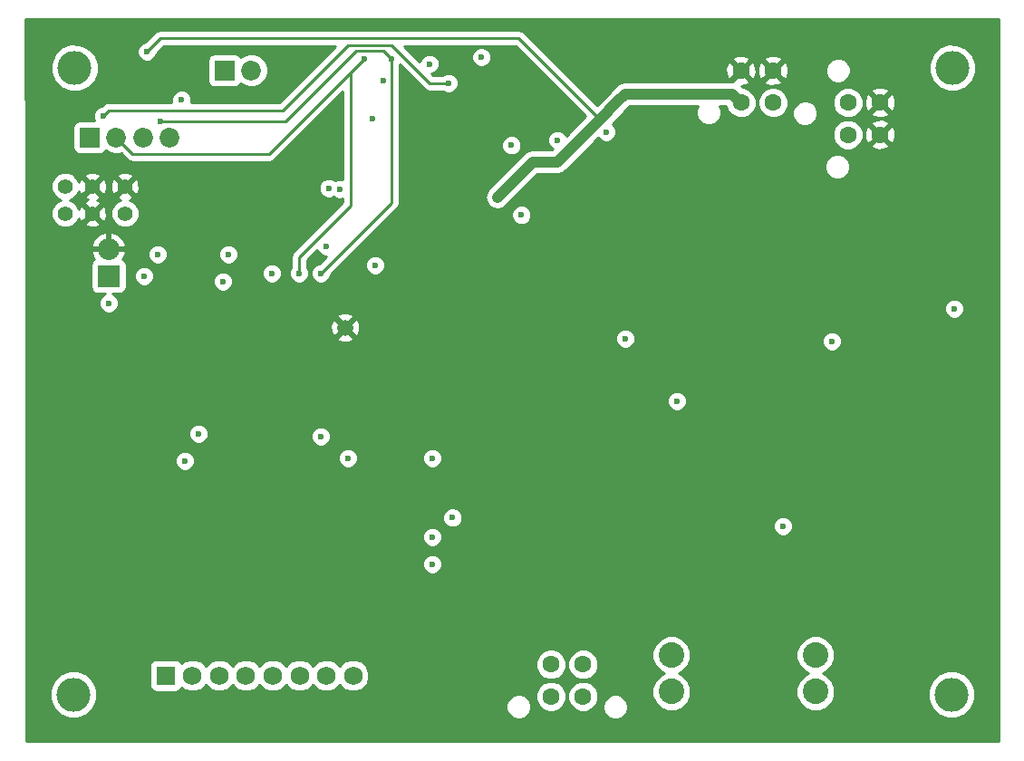
<source format=gbr>
G04 #@! TF.FileFunction,Copper,L3,Inr,Signal*
%FSLAX46Y46*%
G04 Gerber Fmt 4.6, Leading zero omitted, Abs format (unit mm)*
G04 Created by KiCad (PCBNEW (2016-05-27 BZR 6836, Git 4441a4b)-product) date 09/15/16 12:10:58*
%MOMM*%
%LPD*%
G01*
G04 APERTURE LIST*
%ADD10C,0.100000*%
%ADD11C,0.600000*%
%ADD12C,3.175000*%
%ADD13C,2.387600*%
%ADD14R,2.032000X2.032000*%
%ADD15O,2.032000X2.032000*%
%ADD16R,1.750000X1.750000*%
%ADD17C,1.750000*%
%ADD18C,1.400000*%
%ADD19C,1.500000*%
%ADD20R,1.850000X1.850000*%
%ADD21C,1.850000*%
%ADD22C,1.600000*%
%ADD23C,0.250000*%
%ADD24C,1.000000*%
%ADD25C,0.254000*%
G04 APERTURE END LIST*
D10*
D11*
X133096000Y-73660000D03*
X144272000Y-92202000D03*
X139700000Y-97282000D03*
X144272000Y-96266000D03*
X142334000Y-78950000D03*
X144334000Y-83450000D03*
X107584000Y-107950000D03*
X108584000Y-105450000D03*
X141334000Y-128950000D03*
X189334000Y-119450000D03*
X188334000Y-103200000D03*
X189584000Y-78700000D03*
X144584000Y-80700000D03*
X129084000Y-97950000D03*
X124334000Y-98700000D03*
X119334000Y-96950000D03*
X140084000Y-126450000D03*
X112459000Y-72850000D03*
X115509000Y-81025000D03*
X109809000Y-88025000D03*
X109809000Y-86900000D03*
X111334000Y-95450000D03*
X112334000Y-101700000D03*
X109834000Y-100950000D03*
X111084000Y-101700000D03*
X109834000Y-99700000D03*
X109834000Y-98450000D03*
X109834000Y-97200000D03*
X109834000Y-95950000D03*
X141834000Y-82200000D03*
X141834000Y-83200000D03*
X141834000Y-84200000D03*
X141834000Y-85700000D03*
X141834000Y-86700000D03*
X141834000Y-87700000D03*
X135384000Y-107500000D03*
X142334000Y-117700000D03*
X142334000Y-118700000D03*
X138834000Y-118700000D03*
X139334000Y-120200000D03*
X139334000Y-121200000D03*
X139334000Y-122200000D03*
X140834000Y-122700000D03*
X148084000Y-71450000D03*
X149084000Y-71450000D03*
X150084000Y-71450000D03*
X151084000Y-71450000D03*
X124334000Y-83450000D03*
X130084000Y-79450000D03*
X127084000Y-84700000D03*
X124334000Y-84450000D03*
X124334000Y-85450000D03*
X127084000Y-83700000D03*
X129084000Y-78950000D03*
X129084000Y-83200000D03*
X130084000Y-82450000D03*
X130084000Y-81450000D03*
X130084000Y-80450000D03*
X117334000Y-65700000D03*
X194584000Y-65950000D03*
X192334000Y-65950000D03*
X189834000Y-65950000D03*
X187334000Y-65950000D03*
X184834000Y-65950000D03*
X182334000Y-65950000D03*
X179834000Y-65950000D03*
X177334000Y-65950000D03*
X174834000Y-65950000D03*
X172334000Y-65950000D03*
X169834000Y-65950000D03*
X167334000Y-65950000D03*
X164834000Y-65950000D03*
X162334000Y-65950000D03*
X159834000Y-65950000D03*
X157334000Y-65950000D03*
X154834000Y-65950000D03*
X152334000Y-65950000D03*
X149834000Y-65950000D03*
X147334000Y-65950000D03*
X144834000Y-65950000D03*
X142334000Y-65950000D03*
X139834000Y-65950000D03*
X137334000Y-65950000D03*
X134834000Y-65950000D03*
X132334000Y-65950000D03*
X129834000Y-65950000D03*
X127334000Y-65950000D03*
X124834000Y-65950000D03*
X122334000Y-65950000D03*
X119834000Y-65950000D03*
X114834000Y-65950000D03*
X112334000Y-65950000D03*
X109834000Y-65950000D03*
X107334000Y-65950000D03*
X194584000Y-67700000D03*
X194584000Y-70200000D03*
X194584000Y-72700000D03*
X194584000Y-75200000D03*
X194584000Y-77700000D03*
X194584000Y-80200000D03*
X194584000Y-82700000D03*
X194584000Y-85200000D03*
X194584000Y-87700000D03*
X194584000Y-90200000D03*
X194584000Y-92700000D03*
X194584000Y-95200000D03*
X194584000Y-97700000D03*
X194584000Y-100200000D03*
X194584000Y-102700000D03*
X194584000Y-105200000D03*
X194584000Y-107700000D03*
X194584000Y-110200000D03*
X194584000Y-112700000D03*
X194584000Y-115200000D03*
X194584000Y-117700000D03*
X194584000Y-120200000D03*
X194584000Y-122700000D03*
X194584000Y-125200000D03*
X194584000Y-127700000D03*
X194584000Y-130200000D03*
X192334000Y-132200000D03*
X189834000Y-132200000D03*
X187334000Y-132200000D03*
X184834000Y-132200000D03*
X182334000Y-132200000D03*
X179834000Y-132200000D03*
X177334000Y-132200000D03*
X174834000Y-132200000D03*
X172334000Y-132200000D03*
X169834000Y-132200000D03*
X167334000Y-132200000D03*
X164834000Y-132200000D03*
X162334000Y-132200000D03*
X159834000Y-132200000D03*
X157334000Y-132200000D03*
X154834000Y-132200000D03*
X152334000Y-132200000D03*
X149834000Y-132200000D03*
X147334000Y-132200000D03*
X144834000Y-132200000D03*
X142334000Y-132200000D03*
X139834000Y-132200000D03*
X137334000Y-132200000D03*
X134834000Y-132200000D03*
X132334000Y-132200000D03*
X129834000Y-132200000D03*
X127334000Y-132200000D03*
X124834000Y-132200000D03*
X122334000Y-132200000D03*
X119834000Y-132200000D03*
X117334000Y-132200000D03*
X114834000Y-132200000D03*
X112334000Y-132200000D03*
X109834000Y-132200000D03*
X107334000Y-132200000D03*
X104834000Y-131450000D03*
X104834000Y-128950000D03*
X104834000Y-126450000D03*
X104834000Y-123950000D03*
X104834000Y-121450000D03*
X104834000Y-118950000D03*
X104834000Y-116450000D03*
X104834000Y-113950000D03*
X104834000Y-111450000D03*
X104834000Y-108950000D03*
X104834000Y-106450000D03*
X104834000Y-103950000D03*
X104834000Y-101450000D03*
X104834000Y-98950000D03*
X104834000Y-96450000D03*
X104834000Y-93950000D03*
X104834000Y-91450000D03*
X104834000Y-88950000D03*
X104834000Y-86450000D03*
X104834000Y-83950000D03*
X104834000Y-81450000D03*
X104834000Y-78950000D03*
X104834000Y-76450000D03*
X104834000Y-73950000D03*
X104834000Y-71450000D03*
X104834000Y-68950000D03*
D12*
X190834000Y-69950000D03*
X108712000Y-128524000D03*
D13*
X178054000Y-124841000D03*
X164592000Y-124841000D03*
X164592000Y-128244600D03*
X178054000Y-128244600D03*
D14*
X112014000Y-89408000D03*
D15*
X112014000Y-86868000D03*
D16*
X117348000Y-126746000D03*
D17*
X119848000Y-126746000D03*
X122348000Y-126746000D03*
X124848000Y-126746000D03*
X127348000Y-126746000D03*
X129848000Y-126746000D03*
X132348000Y-126746000D03*
X134848000Y-126746000D03*
D18*
X107950000Y-81026000D03*
X110490000Y-81026000D03*
D19*
X134112000Y-94234000D03*
D18*
X107950000Y-83566000D03*
X110490000Y-83566000D03*
X113538000Y-83566000D03*
X113538000Y-81026000D03*
D20*
X110236000Y-76454000D03*
D21*
X112736000Y-76454000D03*
X115236000Y-76454000D03*
X117736000Y-76454000D03*
D12*
X108834000Y-69950000D03*
X190754000Y-128524000D03*
D11*
X104834000Y-66450000D03*
D20*
X122834000Y-70200000D03*
D21*
X125334000Y-70200000D03*
D22*
X171084000Y-70200000D03*
X174084000Y-70200000D03*
X171084000Y-73200000D03*
X174084000Y-73200000D03*
X184084000Y-73200000D03*
X184084000Y-76200000D03*
X181084000Y-73200000D03*
X181084000Y-76200000D03*
X153334000Y-125700000D03*
X156334000Y-125700000D03*
X153334000Y-128700000D03*
X156334000Y-128700000D03*
D11*
X143256000Y-89408000D03*
X128016000Y-85852000D03*
X131318000Y-107442000D03*
X117602000Y-85598000D03*
X120142000Y-89916000D03*
X117348000Y-104140000D03*
X125984000Y-89916000D03*
X123952000Y-89916000D03*
X149646538Y-77196843D03*
X116586000Y-87376000D03*
X136906000Y-88392000D03*
X122682000Y-89916000D03*
X179578000Y-95504000D03*
X158496000Y-75946000D03*
X160274000Y-95250000D03*
X142240000Y-116332000D03*
X142240000Y-113792000D03*
X175006000Y-112776000D03*
X142240000Y-106426000D03*
X165100000Y-101092000D03*
X119126000Y-106680000D03*
X144134000Y-112000000D03*
X131826000Y-104394000D03*
X112014000Y-91948000D03*
X136652000Y-74676000D03*
X153924000Y-76708000D03*
X191008000Y-92456000D03*
X132334000Y-86614000D03*
X123190000Y-87376000D03*
X115316000Y-89408000D03*
X146834000Y-68950000D03*
X134366000Y-106426000D03*
X120396000Y-104140000D03*
X127254000Y-89154000D03*
X132584000Y-81200000D03*
X133604000Y-81280000D03*
X116840000Y-74930000D03*
X138430000Y-69088000D03*
X131826000Y-89154000D03*
X115584000Y-68450000D03*
X148336000Y-82042000D03*
X135890000Y-69088000D03*
X129794000Y-89154000D03*
X150584000Y-83700000D03*
X118834000Y-72950000D03*
X141986000Y-69596000D03*
X137668000Y-71120000D03*
X143764000Y-71374000D03*
X111506000Y-74422000D03*
D23*
X116840000Y-74930000D02*
X128524000Y-74930000D01*
X128524000Y-74930000D02*
X135128000Y-68326000D01*
X135128000Y-68326000D02*
X137668000Y-68326000D01*
X137668000Y-68326000D02*
X138430000Y-69088000D01*
X138430000Y-82550000D02*
X138430000Y-69088000D01*
X131826000Y-89154000D02*
X138430000Y-82550000D01*
D24*
X159521900Y-73142100D02*
X160263999Y-72400001D01*
X160263999Y-72400001D02*
X170284001Y-72400001D01*
X170284001Y-72400001D02*
X171084000Y-73200000D01*
D23*
X115584000Y-68450000D02*
X116834000Y-67200000D01*
X116834000Y-67200000D02*
X150334000Y-67200000D01*
X150334000Y-67200000D02*
X157899000Y-74765000D01*
D24*
X153924000Y-78740000D02*
X157899000Y-74765000D01*
X157899000Y-74765000D02*
X159521900Y-73142100D01*
X151638000Y-78740000D02*
X153924000Y-78740000D01*
X148336000Y-82042000D02*
X151638000Y-78740000D01*
D23*
X135890000Y-69088000D02*
X127000000Y-77978000D01*
X114260000Y-77978000D02*
X112736000Y-76454000D01*
X127000000Y-77978000D02*
X114260000Y-77978000D01*
X135890000Y-69088000D02*
X134620000Y-70358000D01*
X134620000Y-70358000D02*
X134620000Y-82804000D01*
X134620000Y-82804000D02*
X129794000Y-87630000D01*
X129794000Y-87630000D02*
X129794000Y-89154000D01*
X141986000Y-71374000D02*
X143764000Y-71374000D01*
X138430000Y-67818000D02*
X141986000Y-71374000D01*
X134366000Y-67818000D02*
X138430000Y-67818000D01*
X128270000Y-73914000D02*
X134366000Y-67818000D01*
X112014000Y-73914000D02*
X128270000Y-73914000D01*
X111506000Y-74422000D02*
X112014000Y-73914000D01*
D25*
G36*
X195149000Y-132919000D02*
X104316523Y-132919000D01*
X104313768Y-128964143D01*
X106489115Y-128964143D01*
X106826758Y-129781300D01*
X107451411Y-130407045D01*
X108267978Y-130746113D01*
X109152143Y-130746885D01*
X109969300Y-130409242D01*
X110504799Y-129874677D01*
X149148794Y-129874677D01*
X149328820Y-130310372D01*
X149661875Y-130644009D01*
X150097255Y-130824794D01*
X150568677Y-130825206D01*
X151004372Y-130645180D01*
X151338009Y-130312125D01*
X151518794Y-129876745D01*
X151519206Y-129405323D01*
X151345196Y-128984187D01*
X151898752Y-128984187D01*
X152116757Y-129511800D01*
X152520077Y-129915824D01*
X153047309Y-130134750D01*
X153618187Y-130135248D01*
X154145800Y-129917243D01*
X154549824Y-129513923D01*
X154768750Y-128986691D01*
X154768752Y-128984187D01*
X154898752Y-128984187D01*
X155116757Y-129511800D01*
X155520077Y-129915824D01*
X156047309Y-130134750D01*
X156618187Y-130135248D01*
X157103606Y-129934677D01*
X158148794Y-129934677D01*
X158328820Y-130370372D01*
X158661875Y-130704009D01*
X159097255Y-130884794D01*
X159568677Y-130885206D01*
X160004372Y-130705180D01*
X160338009Y-130372125D01*
X160518794Y-129936745D01*
X160519206Y-129465323D01*
X160339180Y-129029628D01*
X160006125Y-128695991D01*
X159570745Y-128515206D01*
X159099323Y-128514794D01*
X158663628Y-128694820D01*
X158329991Y-129027875D01*
X158149206Y-129463255D01*
X158148794Y-129934677D01*
X157103606Y-129934677D01*
X157145800Y-129917243D01*
X157549824Y-129513923D01*
X157768750Y-128986691D01*
X157769248Y-128415813D01*
X157551243Y-127888200D01*
X157147923Y-127484176D01*
X156620691Y-127265250D01*
X156049813Y-127264752D01*
X155522200Y-127482757D01*
X155118176Y-127886077D01*
X154899250Y-128413309D01*
X154898752Y-128984187D01*
X154768752Y-128984187D01*
X154769248Y-128415813D01*
X154551243Y-127888200D01*
X154147923Y-127484176D01*
X153620691Y-127265250D01*
X153049813Y-127264752D01*
X152522200Y-127482757D01*
X152118176Y-127886077D01*
X151899250Y-128413309D01*
X151898752Y-128984187D01*
X151345196Y-128984187D01*
X151339180Y-128969628D01*
X151006125Y-128635991D01*
X150570745Y-128455206D01*
X150099323Y-128454794D01*
X149663628Y-128634820D01*
X149329991Y-128967875D01*
X149149206Y-129403255D01*
X149148794Y-129874677D01*
X110504799Y-129874677D01*
X110595045Y-129784589D01*
X110934113Y-128968022D01*
X110934885Y-128083857D01*
X110597242Y-127266700D01*
X109972589Y-126640955D01*
X109156022Y-126301887D01*
X108271857Y-126301115D01*
X107454700Y-126638758D01*
X106828955Y-127263411D01*
X106489887Y-128079978D01*
X106489115Y-128964143D01*
X104313768Y-128964143D01*
X104311614Y-125871000D01*
X115825560Y-125871000D01*
X115825560Y-127621000D01*
X115874843Y-127868765D01*
X116015191Y-128078809D01*
X116225235Y-128219157D01*
X116473000Y-128268440D01*
X118223000Y-128268440D01*
X118470765Y-128219157D01*
X118680809Y-128078809D01*
X118821157Y-127868765D01*
X118823491Y-127857030D01*
X118991537Y-128025370D01*
X119546325Y-128255738D01*
X120147040Y-128256262D01*
X120702229Y-128026862D01*
X121098318Y-127631464D01*
X121491537Y-128025370D01*
X122046325Y-128255738D01*
X122647040Y-128256262D01*
X123202229Y-128026862D01*
X123598318Y-127631464D01*
X123991537Y-128025370D01*
X124546325Y-128255738D01*
X125147040Y-128256262D01*
X125702229Y-128026862D01*
X126098318Y-127631464D01*
X126491537Y-128025370D01*
X127046325Y-128255738D01*
X127647040Y-128256262D01*
X128202229Y-128026862D01*
X128598318Y-127631464D01*
X128991537Y-128025370D01*
X129546325Y-128255738D01*
X130147040Y-128256262D01*
X130702229Y-128026862D01*
X131098318Y-127631464D01*
X131491537Y-128025370D01*
X132046325Y-128255738D01*
X132647040Y-128256262D01*
X133202229Y-128026862D01*
X133598318Y-127631464D01*
X133991537Y-128025370D01*
X134546325Y-128255738D01*
X135147040Y-128256262D01*
X135702229Y-128026862D01*
X136127370Y-127602463D01*
X136357738Y-127047675D01*
X136358262Y-126446960D01*
X136167048Y-125984187D01*
X151898752Y-125984187D01*
X152116757Y-126511800D01*
X152520077Y-126915824D01*
X153047309Y-127134750D01*
X153618187Y-127135248D01*
X154145800Y-126917243D01*
X154549824Y-126513923D01*
X154768750Y-125986691D01*
X154768752Y-125984187D01*
X154898752Y-125984187D01*
X155116757Y-126511800D01*
X155520077Y-126915824D01*
X156047309Y-127134750D01*
X156618187Y-127135248D01*
X157145800Y-126917243D01*
X157549824Y-126513923D01*
X157768750Y-125986691D01*
X157769248Y-125415813D01*
X157681388Y-125203175D01*
X162762884Y-125203175D01*
X163040715Y-125875578D01*
X163554716Y-126390477D01*
X163921623Y-126542830D01*
X163557422Y-126693315D01*
X163042523Y-127207316D01*
X162763518Y-127879233D01*
X162762884Y-128606775D01*
X163040715Y-129279178D01*
X163554716Y-129794077D01*
X164226633Y-130073082D01*
X164954175Y-130073716D01*
X165626578Y-129795885D01*
X166141477Y-129281884D01*
X166420482Y-128609967D01*
X166421116Y-127882425D01*
X166143285Y-127210022D01*
X165629284Y-126695123D01*
X165262377Y-126542770D01*
X165626578Y-126392285D01*
X166141477Y-125878284D01*
X166420482Y-125206367D01*
X166420484Y-125203175D01*
X176224884Y-125203175D01*
X176502715Y-125875578D01*
X177016716Y-126390477D01*
X177383623Y-126542830D01*
X177019422Y-126693315D01*
X176504523Y-127207316D01*
X176225518Y-127879233D01*
X176224884Y-128606775D01*
X176502715Y-129279178D01*
X177016716Y-129794077D01*
X177688633Y-130073082D01*
X178416175Y-130073716D01*
X179088578Y-129795885D01*
X179603477Y-129281884D01*
X179735414Y-128964143D01*
X188531115Y-128964143D01*
X188868758Y-129781300D01*
X189493411Y-130407045D01*
X190309978Y-130746113D01*
X191194143Y-130746885D01*
X192011300Y-130409242D01*
X192637045Y-129784589D01*
X192976113Y-128968022D01*
X192976885Y-128083857D01*
X192639242Y-127266700D01*
X192014589Y-126640955D01*
X191198022Y-126301887D01*
X190313857Y-126301115D01*
X189496700Y-126638758D01*
X188870955Y-127263411D01*
X188531887Y-128079978D01*
X188531115Y-128964143D01*
X179735414Y-128964143D01*
X179882482Y-128609967D01*
X179883116Y-127882425D01*
X179605285Y-127210022D01*
X179091284Y-126695123D01*
X178724377Y-126542770D01*
X179088578Y-126392285D01*
X179603477Y-125878284D01*
X179882482Y-125206367D01*
X179883116Y-124478825D01*
X179605285Y-123806422D01*
X179091284Y-123291523D01*
X178419367Y-123012518D01*
X177691825Y-123011884D01*
X177019422Y-123289715D01*
X176504523Y-123803716D01*
X176225518Y-124475633D01*
X176224884Y-125203175D01*
X166420484Y-125203175D01*
X166421116Y-124478825D01*
X166143285Y-123806422D01*
X165629284Y-123291523D01*
X164957367Y-123012518D01*
X164229825Y-123011884D01*
X163557422Y-123289715D01*
X163042523Y-123803716D01*
X162763518Y-124475633D01*
X162762884Y-125203175D01*
X157681388Y-125203175D01*
X157551243Y-124888200D01*
X157147923Y-124484176D01*
X156620691Y-124265250D01*
X156049813Y-124264752D01*
X155522200Y-124482757D01*
X155118176Y-124886077D01*
X154899250Y-125413309D01*
X154898752Y-125984187D01*
X154768752Y-125984187D01*
X154769248Y-125415813D01*
X154551243Y-124888200D01*
X154147923Y-124484176D01*
X153620691Y-124265250D01*
X153049813Y-124264752D01*
X152522200Y-124482757D01*
X152118176Y-124886077D01*
X151899250Y-125413309D01*
X151898752Y-125984187D01*
X136167048Y-125984187D01*
X136128862Y-125891771D01*
X135704463Y-125466630D01*
X135149675Y-125236262D01*
X134548960Y-125235738D01*
X133993771Y-125465138D01*
X133597682Y-125860536D01*
X133204463Y-125466630D01*
X132649675Y-125236262D01*
X132048960Y-125235738D01*
X131493771Y-125465138D01*
X131097682Y-125860536D01*
X130704463Y-125466630D01*
X130149675Y-125236262D01*
X129548960Y-125235738D01*
X128993771Y-125465138D01*
X128597682Y-125860536D01*
X128204463Y-125466630D01*
X127649675Y-125236262D01*
X127048960Y-125235738D01*
X126493771Y-125465138D01*
X126097682Y-125860536D01*
X125704463Y-125466630D01*
X125149675Y-125236262D01*
X124548960Y-125235738D01*
X123993771Y-125465138D01*
X123597682Y-125860536D01*
X123204463Y-125466630D01*
X122649675Y-125236262D01*
X122048960Y-125235738D01*
X121493771Y-125465138D01*
X121097682Y-125860536D01*
X120704463Y-125466630D01*
X120149675Y-125236262D01*
X119548960Y-125235738D01*
X118993771Y-125465138D01*
X118823516Y-125635096D01*
X118821157Y-125623235D01*
X118680809Y-125413191D01*
X118470765Y-125272843D01*
X118223000Y-125223560D01*
X116473000Y-125223560D01*
X116225235Y-125272843D01*
X116015191Y-125413191D01*
X115874843Y-125623235D01*
X115825560Y-125871000D01*
X104311614Y-125871000D01*
X104305099Y-116517167D01*
X141304838Y-116517167D01*
X141446883Y-116860943D01*
X141709673Y-117124192D01*
X142053201Y-117266838D01*
X142425167Y-117267162D01*
X142768943Y-117125117D01*
X143032192Y-116862327D01*
X143174838Y-116518799D01*
X143175162Y-116146833D01*
X143033117Y-115803057D01*
X142770327Y-115539808D01*
X142426799Y-115397162D01*
X142054833Y-115396838D01*
X141711057Y-115538883D01*
X141447808Y-115801673D01*
X141305162Y-116145201D01*
X141304838Y-116517167D01*
X104305099Y-116517167D01*
X104303330Y-113977167D01*
X141304838Y-113977167D01*
X141446883Y-114320943D01*
X141709673Y-114584192D01*
X142053201Y-114726838D01*
X142425167Y-114727162D01*
X142768943Y-114585117D01*
X143032192Y-114322327D01*
X143174838Y-113978799D01*
X143175162Y-113606833D01*
X143033117Y-113263057D01*
X142770327Y-112999808D01*
X142677270Y-112961167D01*
X174070838Y-112961167D01*
X174212883Y-113304943D01*
X174475673Y-113568192D01*
X174819201Y-113710838D01*
X175191167Y-113711162D01*
X175534943Y-113569117D01*
X175798192Y-113306327D01*
X175940838Y-112962799D01*
X175941162Y-112590833D01*
X175799117Y-112247057D01*
X175536327Y-111983808D01*
X175192799Y-111841162D01*
X174820833Y-111840838D01*
X174477057Y-111982883D01*
X174213808Y-112245673D01*
X174071162Y-112589201D01*
X174070838Y-112961167D01*
X142677270Y-112961167D01*
X142426799Y-112857162D01*
X142054833Y-112856838D01*
X141711057Y-112998883D01*
X141447808Y-113261673D01*
X141305162Y-113605201D01*
X141304838Y-113977167D01*
X104303330Y-113977167D01*
X104302082Y-112185167D01*
X143198838Y-112185167D01*
X143340883Y-112528943D01*
X143603673Y-112792192D01*
X143947201Y-112934838D01*
X144319167Y-112935162D01*
X144662943Y-112793117D01*
X144926192Y-112530327D01*
X145068838Y-112186799D01*
X145069162Y-111814833D01*
X144927117Y-111471057D01*
X144664327Y-111207808D01*
X144320799Y-111065162D01*
X143948833Y-111064838D01*
X143605057Y-111206883D01*
X143341808Y-111469673D01*
X143199162Y-111813201D01*
X143198838Y-112185167D01*
X104302082Y-112185167D01*
X104298375Y-106865167D01*
X118190838Y-106865167D01*
X118332883Y-107208943D01*
X118595673Y-107472192D01*
X118939201Y-107614838D01*
X119311167Y-107615162D01*
X119654943Y-107473117D01*
X119918192Y-107210327D01*
X120060838Y-106866799D01*
X120061060Y-106611167D01*
X133430838Y-106611167D01*
X133572883Y-106954943D01*
X133835673Y-107218192D01*
X134179201Y-107360838D01*
X134551167Y-107361162D01*
X134894943Y-107219117D01*
X135158192Y-106956327D01*
X135300838Y-106612799D01*
X135300839Y-106611167D01*
X141304838Y-106611167D01*
X141446883Y-106954943D01*
X141709673Y-107218192D01*
X142053201Y-107360838D01*
X142425167Y-107361162D01*
X142768943Y-107219117D01*
X143032192Y-106956327D01*
X143174838Y-106612799D01*
X143175162Y-106240833D01*
X143033117Y-105897057D01*
X142770327Y-105633808D01*
X142426799Y-105491162D01*
X142054833Y-105490838D01*
X141711057Y-105632883D01*
X141447808Y-105895673D01*
X141305162Y-106239201D01*
X141304838Y-106611167D01*
X135300839Y-106611167D01*
X135301162Y-106240833D01*
X135159117Y-105897057D01*
X134896327Y-105633808D01*
X134552799Y-105491162D01*
X134180833Y-105490838D01*
X133837057Y-105632883D01*
X133573808Y-105895673D01*
X133431162Y-106239201D01*
X133430838Y-106611167D01*
X120061060Y-106611167D01*
X120061162Y-106494833D01*
X119919117Y-106151057D01*
X119656327Y-105887808D01*
X119312799Y-105745162D01*
X118940833Y-105744838D01*
X118597057Y-105886883D01*
X118333808Y-106149673D01*
X118191162Y-106493201D01*
X118190838Y-106865167D01*
X104298375Y-106865167D01*
X104296606Y-104325167D01*
X119460838Y-104325167D01*
X119602883Y-104668943D01*
X119865673Y-104932192D01*
X120209201Y-105074838D01*
X120581167Y-105075162D01*
X120924943Y-104933117D01*
X121188192Y-104670327D01*
X121226045Y-104579167D01*
X130890838Y-104579167D01*
X131032883Y-104922943D01*
X131295673Y-105186192D01*
X131639201Y-105328838D01*
X132011167Y-105329162D01*
X132354943Y-105187117D01*
X132618192Y-104924327D01*
X132760838Y-104580799D01*
X132761162Y-104208833D01*
X132619117Y-103865057D01*
X132356327Y-103601808D01*
X132012799Y-103459162D01*
X131640833Y-103458838D01*
X131297057Y-103600883D01*
X131033808Y-103863673D01*
X130891162Y-104207201D01*
X130890838Y-104579167D01*
X121226045Y-104579167D01*
X121330838Y-104326799D01*
X121331162Y-103954833D01*
X121189117Y-103611057D01*
X120926327Y-103347808D01*
X120582799Y-103205162D01*
X120210833Y-103204838D01*
X119867057Y-103346883D01*
X119603808Y-103609673D01*
X119461162Y-103953201D01*
X119460838Y-104325167D01*
X104296606Y-104325167D01*
X104294484Y-101277167D01*
X164164838Y-101277167D01*
X164306883Y-101620943D01*
X164569673Y-101884192D01*
X164913201Y-102026838D01*
X165285167Y-102027162D01*
X165628943Y-101885117D01*
X165892192Y-101622327D01*
X166034838Y-101278799D01*
X166035162Y-100906833D01*
X165893117Y-100563057D01*
X165630327Y-100299808D01*
X165286799Y-100157162D01*
X164914833Y-100156838D01*
X164571057Y-100298883D01*
X164307808Y-100561673D01*
X164165162Y-100905201D01*
X164164838Y-101277167D01*
X104294484Y-101277167D01*
X104290254Y-95205517D01*
X133320088Y-95205517D01*
X133388077Y-95446460D01*
X133907171Y-95631201D01*
X134457448Y-95603230D01*
X134835923Y-95446460D01*
X134839109Y-95435167D01*
X159338838Y-95435167D01*
X159480883Y-95778943D01*
X159743673Y-96042192D01*
X160087201Y-96184838D01*
X160459167Y-96185162D01*
X160802943Y-96043117D01*
X161066192Y-95780327D01*
X161104045Y-95689167D01*
X178642838Y-95689167D01*
X178784883Y-96032943D01*
X179047673Y-96296192D01*
X179391201Y-96438838D01*
X179763167Y-96439162D01*
X180106943Y-96297117D01*
X180370192Y-96034327D01*
X180512838Y-95690799D01*
X180513162Y-95318833D01*
X180371117Y-94975057D01*
X180108327Y-94711808D01*
X179764799Y-94569162D01*
X179392833Y-94568838D01*
X179049057Y-94710883D01*
X178785808Y-94973673D01*
X178643162Y-95317201D01*
X178642838Y-95689167D01*
X161104045Y-95689167D01*
X161208838Y-95436799D01*
X161209162Y-95064833D01*
X161067117Y-94721057D01*
X160804327Y-94457808D01*
X160460799Y-94315162D01*
X160088833Y-94314838D01*
X159745057Y-94456883D01*
X159481808Y-94719673D01*
X159339162Y-95063201D01*
X159338838Y-95435167D01*
X134839109Y-95435167D01*
X134903912Y-95205517D01*
X134112000Y-94413605D01*
X133320088Y-95205517D01*
X104290254Y-95205517D01*
X104289434Y-94029171D01*
X132714799Y-94029171D01*
X132742770Y-94579448D01*
X132899540Y-94957923D01*
X133140483Y-95025912D01*
X133932395Y-94234000D01*
X134291605Y-94234000D01*
X135083517Y-95025912D01*
X135324460Y-94957923D01*
X135509201Y-94438829D01*
X135481230Y-93888552D01*
X135324460Y-93510077D01*
X135083517Y-93442088D01*
X134291605Y-94234000D01*
X133932395Y-94234000D01*
X133140483Y-93442088D01*
X132899540Y-93510077D01*
X132714799Y-94029171D01*
X104289434Y-94029171D01*
X104288900Y-93262483D01*
X133320088Y-93262483D01*
X134112000Y-94054395D01*
X134903912Y-93262483D01*
X134835923Y-93021540D01*
X134316829Y-92836799D01*
X133766552Y-92864770D01*
X133388077Y-93021540D01*
X133320088Y-93262483D01*
X104288900Y-93262483D01*
X104285506Y-88392000D01*
X110350560Y-88392000D01*
X110350560Y-90424000D01*
X110399843Y-90671765D01*
X110540191Y-90881809D01*
X110750235Y-91022157D01*
X110998000Y-91071440D01*
X111687005Y-91071440D01*
X111485057Y-91154883D01*
X111221808Y-91417673D01*
X111079162Y-91761201D01*
X111078838Y-92133167D01*
X111220883Y-92476943D01*
X111483673Y-92740192D01*
X111827201Y-92882838D01*
X112199167Y-92883162D01*
X112542943Y-92741117D01*
X112643067Y-92641167D01*
X190072838Y-92641167D01*
X190214883Y-92984943D01*
X190477673Y-93248192D01*
X190821201Y-93390838D01*
X191193167Y-93391162D01*
X191536943Y-93249117D01*
X191800192Y-92986327D01*
X191942838Y-92642799D01*
X191943162Y-92270833D01*
X191801117Y-91927057D01*
X191538327Y-91663808D01*
X191194799Y-91521162D01*
X190822833Y-91520838D01*
X190479057Y-91662883D01*
X190215808Y-91925673D01*
X190073162Y-92269201D01*
X190072838Y-92641167D01*
X112643067Y-92641167D01*
X112806192Y-92478327D01*
X112948838Y-92134799D01*
X112949162Y-91762833D01*
X112807117Y-91419057D01*
X112544327Y-91155808D01*
X112341147Y-91071440D01*
X113030000Y-91071440D01*
X113277765Y-91022157D01*
X113487809Y-90881809D01*
X113628157Y-90671765D01*
X113677440Y-90424000D01*
X113677440Y-89593167D01*
X114380838Y-89593167D01*
X114522883Y-89936943D01*
X114785673Y-90200192D01*
X115129201Y-90342838D01*
X115501167Y-90343162D01*
X115844943Y-90201117D01*
X115945067Y-90101167D01*
X121746838Y-90101167D01*
X121888883Y-90444943D01*
X122151673Y-90708192D01*
X122495201Y-90850838D01*
X122867167Y-90851162D01*
X123210943Y-90709117D01*
X123474192Y-90446327D01*
X123616838Y-90102799D01*
X123617162Y-89730833D01*
X123475117Y-89387057D01*
X123427311Y-89339167D01*
X126318838Y-89339167D01*
X126460883Y-89682943D01*
X126723673Y-89946192D01*
X127067201Y-90088838D01*
X127439167Y-90089162D01*
X127782943Y-89947117D01*
X128046192Y-89684327D01*
X128188838Y-89340799D01*
X128189162Y-88968833D01*
X128047117Y-88625057D01*
X127784327Y-88361808D01*
X127440799Y-88219162D01*
X127068833Y-88218838D01*
X126725057Y-88360883D01*
X126461808Y-88623673D01*
X126319162Y-88967201D01*
X126318838Y-89339167D01*
X123427311Y-89339167D01*
X123212327Y-89123808D01*
X122868799Y-88981162D01*
X122496833Y-88980838D01*
X122153057Y-89122883D01*
X121889808Y-89385673D01*
X121747162Y-89729201D01*
X121746838Y-90101167D01*
X115945067Y-90101167D01*
X116108192Y-89938327D01*
X116250838Y-89594799D01*
X116251162Y-89222833D01*
X116109117Y-88879057D01*
X115846327Y-88615808D01*
X115502799Y-88473162D01*
X115130833Y-88472838D01*
X114787057Y-88614883D01*
X114523808Y-88877673D01*
X114381162Y-89221201D01*
X114380838Y-89593167D01*
X113677440Y-89593167D01*
X113677440Y-88392000D01*
X113628157Y-88144235D01*
X113487809Y-87934191D01*
X113330887Y-87829338D01*
X113420385Y-87732818D01*
X113491482Y-87561167D01*
X115650838Y-87561167D01*
X115792883Y-87904943D01*
X116055673Y-88168192D01*
X116399201Y-88310838D01*
X116771167Y-88311162D01*
X117114943Y-88169117D01*
X117378192Y-87906327D01*
X117520838Y-87562799D01*
X117520839Y-87561167D01*
X122254838Y-87561167D01*
X122396883Y-87904943D01*
X122659673Y-88168192D01*
X123003201Y-88310838D01*
X123375167Y-88311162D01*
X123718943Y-88169117D01*
X123982192Y-87906327D01*
X124124838Y-87562799D01*
X124125162Y-87190833D01*
X123983117Y-86847057D01*
X123720327Y-86583808D01*
X123376799Y-86441162D01*
X123004833Y-86440838D01*
X122661057Y-86582883D01*
X122397808Y-86845673D01*
X122255162Y-87189201D01*
X122254838Y-87561167D01*
X117520839Y-87561167D01*
X117521162Y-87190833D01*
X117379117Y-86847057D01*
X117116327Y-86583808D01*
X116772799Y-86441162D01*
X116400833Y-86440838D01*
X116057057Y-86582883D01*
X115793808Y-86845673D01*
X115651162Y-87189201D01*
X115650838Y-87561167D01*
X113491482Y-87561167D01*
X113619975Y-87250944D01*
X113500836Y-86995000D01*
X112141000Y-86995000D01*
X112141000Y-87015000D01*
X111887000Y-87015000D01*
X111887000Y-86995000D01*
X110527164Y-86995000D01*
X110408025Y-87250944D01*
X110607615Y-87732818D01*
X110697113Y-87829338D01*
X110540191Y-87934191D01*
X110399843Y-88144235D01*
X110350560Y-88392000D01*
X104285506Y-88392000D01*
X104284178Y-86485056D01*
X110408025Y-86485056D01*
X110527164Y-86741000D01*
X111887000Y-86741000D01*
X111887000Y-85380633D01*
X112141000Y-85380633D01*
X112141000Y-86741000D01*
X113500836Y-86741000D01*
X113619975Y-86485056D01*
X113420385Y-86003182D01*
X112982379Y-85530812D01*
X112396946Y-85262017D01*
X112141000Y-85380633D01*
X111887000Y-85380633D01*
X111631054Y-85262017D01*
X111045621Y-85530812D01*
X110607615Y-86003182D01*
X110408025Y-86485056D01*
X104284178Y-86485056D01*
X104280559Y-81290383D01*
X106614769Y-81290383D01*
X106817582Y-81781229D01*
X107192796Y-82157098D01*
X107527527Y-82296091D01*
X107194771Y-82433582D01*
X106818902Y-82808796D01*
X106615232Y-83299287D01*
X106614769Y-83830383D01*
X106817582Y-84321229D01*
X107192796Y-84697098D01*
X107683287Y-84900768D01*
X108214383Y-84901231D01*
X108705229Y-84698418D01*
X108902716Y-84501275D01*
X109734331Y-84501275D01*
X109796169Y-84737042D01*
X110297122Y-84913419D01*
X110827440Y-84884664D01*
X111183831Y-84737042D01*
X111245669Y-84501275D01*
X110490000Y-83745605D01*
X109734331Y-84501275D01*
X108902716Y-84501275D01*
X109081098Y-84323204D01*
X109213316Y-84004788D01*
X109318958Y-84259831D01*
X109554725Y-84321669D01*
X110310395Y-83566000D01*
X110669605Y-83566000D01*
X111425275Y-84321669D01*
X111661042Y-84259831D01*
X111812243Y-83830383D01*
X112202769Y-83830383D01*
X112405582Y-84321229D01*
X112780796Y-84697098D01*
X113271287Y-84900768D01*
X113802383Y-84901231D01*
X114293229Y-84698418D01*
X114669098Y-84323204D01*
X114872768Y-83832713D01*
X114873231Y-83301617D01*
X114670418Y-82810771D01*
X114295204Y-82434902D01*
X113976788Y-82302684D01*
X114231831Y-82197042D01*
X114293669Y-81961275D01*
X113538000Y-81205605D01*
X112782331Y-81961275D01*
X112844169Y-82197042D01*
X113120111Y-82294196D01*
X112782771Y-82433582D01*
X112406902Y-82808796D01*
X112203232Y-83299287D01*
X112202769Y-83830383D01*
X111812243Y-83830383D01*
X111837419Y-83758878D01*
X111808664Y-83228560D01*
X111661042Y-82872169D01*
X111425275Y-82810331D01*
X110669605Y-83566000D01*
X110310395Y-83566000D01*
X109554725Y-82810331D01*
X109318958Y-82872169D01*
X109221804Y-83148111D01*
X109082418Y-82810771D01*
X108707204Y-82434902D01*
X108372473Y-82295909D01*
X108705229Y-82158418D01*
X108902716Y-81961275D01*
X109734331Y-81961275D01*
X109796169Y-82197042D01*
X110054445Y-82287977D01*
X109796169Y-82394958D01*
X109734331Y-82630725D01*
X110490000Y-83386395D01*
X111245669Y-82630725D01*
X111183831Y-82394958D01*
X110925555Y-82304023D01*
X111183831Y-82197042D01*
X111245669Y-81961275D01*
X110490000Y-81205605D01*
X109734331Y-81961275D01*
X108902716Y-81961275D01*
X109081098Y-81783204D01*
X109213316Y-81464788D01*
X109318958Y-81719831D01*
X109554725Y-81781669D01*
X110310395Y-81026000D01*
X110669605Y-81026000D01*
X111425275Y-81781669D01*
X111661042Y-81719831D01*
X111837419Y-81218878D01*
X111816503Y-80833122D01*
X112190581Y-80833122D01*
X112219336Y-81363440D01*
X112366958Y-81719831D01*
X112602725Y-81781669D01*
X113358395Y-81026000D01*
X113717605Y-81026000D01*
X114473275Y-81781669D01*
X114709042Y-81719831D01*
X114885419Y-81218878D01*
X114856664Y-80688560D01*
X114709042Y-80332169D01*
X114473275Y-80270331D01*
X113717605Y-81026000D01*
X113358395Y-81026000D01*
X112602725Y-80270331D01*
X112366958Y-80332169D01*
X112190581Y-80833122D01*
X111816503Y-80833122D01*
X111808664Y-80688560D01*
X111661042Y-80332169D01*
X111425275Y-80270331D01*
X110669605Y-81026000D01*
X110310395Y-81026000D01*
X109554725Y-80270331D01*
X109318958Y-80332169D01*
X109221804Y-80608111D01*
X109082418Y-80270771D01*
X108902686Y-80090725D01*
X109734331Y-80090725D01*
X110490000Y-80846395D01*
X111245669Y-80090725D01*
X112782331Y-80090725D01*
X113538000Y-80846395D01*
X114293669Y-80090725D01*
X114231831Y-79854958D01*
X113730878Y-79678581D01*
X113200560Y-79707336D01*
X112844169Y-79854958D01*
X112782331Y-80090725D01*
X111245669Y-80090725D01*
X111183831Y-79854958D01*
X110682878Y-79678581D01*
X110152560Y-79707336D01*
X109796169Y-79854958D01*
X109734331Y-80090725D01*
X108902686Y-80090725D01*
X108707204Y-79894902D01*
X108216713Y-79691232D01*
X107685617Y-79690769D01*
X107194771Y-79893582D01*
X106818902Y-80268796D01*
X106615232Y-80759287D01*
X106614769Y-81290383D01*
X104280559Y-81290383D01*
X104276546Y-75529000D01*
X108663560Y-75529000D01*
X108663560Y-77379000D01*
X108712843Y-77626765D01*
X108853191Y-77836809D01*
X109063235Y-77977157D01*
X109311000Y-78026440D01*
X111161000Y-78026440D01*
X111408765Y-77977157D01*
X111618809Y-77836809D01*
X111736427Y-77660782D01*
X111851177Y-77775732D01*
X112424336Y-78013728D01*
X113044942Y-78014270D01*
X113169855Y-77962657D01*
X113722599Y-78515401D01*
X113969160Y-78680148D01*
X114017414Y-78689746D01*
X114260000Y-78738000D01*
X127000000Y-78738000D01*
X127290839Y-78680148D01*
X127537401Y-78515401D01*
X133860000Y-72192802D01*
X133860000Y-80373897D01*
X133790799Y-80345162D01*
X133418833Y-80344838D01*
X133158745Y-80452304D01*
X133114327Y-80407808D01*
X132770799Y-80265162D01*
X132398833Y-80264838D01*
X132055057Y-80406883D01*
X131791808Y-80669673D01*
X131649162Y-81013201D01*
X131648838Y-81385167D01*
X131790883Y-81728943D01*
X132053673Y-81992192D01*
X132397201Y-82134838D01*
X132769167Y-82135162D01*
X133029255Y-82027696D01*
X133073673Y-82072192D01*
X133417201Y-82214838D01*
X133789167Y-82215162D01*
X133860000Y-82185894D01*
X133860000Y-82489198D01*
X129256599Y-87092599D01*
X129091852Y-87339161D01*
X129034000Y-87630000D01*
X129034000Y-88591537D01*
X129001808Y-88623673D01*
X128859162Y-88967201D01*
X128858838Y-89339167D01*
X129000883Y-89682943D01*
X129263673Y-89946192D01*
X129607201Y-90088838D01*
X129979167Y-90089162D01*
X130322943Y-89947117D01*
X130586192Y-89684327D01*
X130728838Y-89340799D01*
X130729162Y-88968833D01*
X130587117Y-88625057D01*
X130554000Y-88591882D01*
X130554000Y-87944802D01*
X131486785Y-87012017D01*
X131540883Y-87142943D01*
X131803673Y-87406192D01*
X132147201Y-87548838D01*
X132356178Y-87549020D01*
X131686320Y-88218878D01*
X131640833Y-88218838D01*
X131297057Y-88360883D01*
X131033808Y-88623673D01*
X130891162Y-88967201D01*
X130890838Y-89339167D01*
X131032883Y-89682943D01*
X131295673Y-89946192D01*
X131639201Y-90088838D01*
X132011167Y-90089162D01*
X132354943Y-89947117D01*
X132618192Y-89684327D01*
X132760838Y-89340799D01*
X132760879Y-89293923D01*
X133477635Y-88577167D01*
X135970838Y-88577167D01*
X136112883Y-88920943D01*
X136375673Y-89184192D01*
X136719201Y-89326838D01*
X137091167Y-89327162D01*
X137434943Y-89185117D01*
X137698192Y-88922327D01*
X137840838Y-88578799D01*
X137841162Y-88206833D01*
X137699117Y-87863057D01*
X137436327Y-87599808D01*
X137092799Y-87457162D01*
X136720833Y-87456838D01*
X136377057Y-87598883D01*
X136113808Y-87861673D01*
X135971162Y-88205201D01*
X135970838Y-88577167D01*
X133477635Y-88577167D01*
X138169635Y-83885167D01*
X149648838Y-83885167D01*
X149790883Y-84228943D01*
X150053673Y-84492192D01*
X150397201Y-84634838D01*
X150769167Y-84635162D01*
X151112943Y-84493117D01*
X151376192Y-84230327D01*
X151518838Y-83886799D01*
X151519162Y-83514833D01*
X151377117Y-83171057D01*
X151114327Y-82907808D01*
X150770799Y-82765162D01*
X150398833Y-82764838D01*
X150055057Y-82906883D01*
X149791808Y-83169673D01*
X149649162Y-83513201D01*
X149648838Y-83885167D01*
X138169635Y-83885167D01*
X138967401Y-83087401D01*
X139132148Y-82840840D01*
X139190000Y-82550000D01*
X139190000Y-77382010D01*
X148711376Y-77382010D01*
X148853421Y-77725786D01*
X149116211Y-77989035D01*
X149459739Y-78131681D01*
X149831705Y-78132005D01*
X150175481Y-77989960D01*
X150438730Y-77727170D01*
X150581376Y-77383642D01*
X150581700Y-77011676D01*
X150439655Y-76667900D01*
X150176865Y-76404651D01*
X149833337Y-76262005D01*
X149461371Y-76261681D01*
X149117595Y-76403726D01*
X148854346Y-76666516D01*
X148711700Y-77010044D01*
X148711376Y-77382010D01*
X139190000Y-77382010D01*
X139190000Y-69652802D01*
X141448599Y-71911401D01*
X141695160Y-72076148D01*
X141743414Y-72085746D01*
X141986000Y-72134000D01*
X143201537Y-72134000D01*
X143233673Y-72166192D01*
X143577201Y-72308838D01*
X143949167Y-72309162D01*
X144292943Y-72167117D01*
X144556192Y-71904327D01*
X144698838Y-71560799D01*
X144699162Y-71188833D01*
X144557117Y-70845057D01*
X144294327Y-70581808D01*
X143950799Y-70439162D01*
X143578833Y-70438838D01*
X143235057Y-70580883D01*
X143201882Y-70614000D01*
X142300802Y-70614000D01*
X142204281Y-70517479D01*
X142514943Y-70389117D01*
X142778192Y-70126327D01*
X142920838Y-69782799D01*
X142921162Y-69410833D01*
X142807260Y-69135167D01*
X145898838Y-69135167D01*
X146040883Y-69478943D01*
X146303673Y-69742192D01*
X146647201Y-69884838D01*
X147019167Y-69885162D01*
X147362943Y-69743117D01*
X147626192Y-69480327D01*
X147768838Y-69136799D01*
X147769162Y-68764833D01*
X147627117Y-68421057D01*
X147364327Y-68157808D01*
X147020799Y-68015162D01*
X146648833Y-68014838D01*
X146305057Y-68156883D01*
X146041808Y-68419673D01*
X145899162Y-68763201D01*
X145898838Y-69135167D01*
X142807260Y-69135167D01*
X142779117Y-69067057D01*
X142516327Y-68803808D01*
X142172799Y-68661162D01*
X141800833Y-68660838D01*
X141457057Y-68802883D01*
X141193808Y-69065673D01*
X141064319Y-69377517D01*
X139646802Y-67960000D01*
X150019198Y-67960000D01*
X156559033Y-74499835D01*
X154764686Y-76294182D01*
X154717117Y-76179057D01*
X154454327Y-75915808D01*
X154110799Y-75773162D01*
X153738833Y-75772838D01*
X153395057Y-75914883D01*
X153131808Y-76177673D01*
X152989162Y-76521201D01*
X152988838Y-76893167D01*
X153130883Y-77236943D01*
X153393673Y-77500192D01*
X153510263Y-77548605D01*
X153453868Y-77605000D01*
X151638000Y-77605000D01*
X151203654Y-77691397D01*
X151075129Y-77777275D01*
X150835434Y-77937434D01*
X147533434Y-81239434D01*
X147287397Y-81607655D01*
X147201000Y-82042000D01*
X147287397Y-82476345D01*
X147533434Y-82844566D01*
X147901655Y-83090603D01*
X148336000Y-83177000D01*
X148770345Y-83090603D01*
X149138566Y-82844566D01*
X152108132Y-79875000D01*
X153924000Y-79875000D01*
X154358346Y-79788603D01*
X154726566Y-79542566D01*
X154834455Y-79434677D01*
X178898794Y-79434677D01*
X179078820Y-79870372D01*
X179411875Y-80204009D01*
X179847255Y-80384794D01*
X180318677Y-80385206D01*
X180754372Y-80205180D01*
X181088009Y-79872125D01*
X181268794Y-79436745D01*
X181269206Y-78965323D01*
X181089180Y-78529628D01*
X180756125Y-78195991D01*
X180320745Y-78015206D01*
X179849323Y-78014794D01*
X179413628Y-78194820D01*
X179079991Y-78527875D01*
X178899206Y-78963255D01*
X178898794Y-79434677D01*
X154834455Y-79434677D01*
X157748496Y-76520636D01*
X157965673Y-76738192D01*
X158309201Y-76880838D01*
X158681167Y-76881162D01*
X159024943Y-76739117D01*
X159280318Y-76484187D01*
X179648752Y-76484187D01*
X179866757Y-77011800D01*
X180270077Y-77415824D01*
X180797309Y-77634750D01*
X181368187Y-77635248D01*
X181895800Y-77417243D01*
X182105663Y-77207745D01*
X183255861Y-77207745D01*
X183329995Y-77453864D01*
X183867223Y-77646965D01*
X184437454Y-77619778D01*
X184838005Y-77453864D01*
X184912139Y-77207745D01*
X184084000Y-76379605D01*
X183255861Y-77207745D01*
X182105663Y-77207745D01*
X182299824Y-77013923D01*
X182518750Y-76486691D01*
X182519189Y-75983223D01*
X182637035Y-75983223D01*
X182664222Y-76553454D01*
X182830136Y-76954005D01*
X183076255Y-77028139D01*
X183904395Y-76200000D01*
X184263605Y-76200000D01*
X185091745Y-77028139D01*
X185337864Y-76954005D01*
X185530965Y-76416777D01*
X185503778Y-75846546D01*
X185337864Y-75445995D01*
X185091745Y-75371861D01*
X184263605Y-76200000D01*
X183904395Y-76200000D01*
X183076255Y-75371861D01*
X182830136Y-75445995D01*
X182637035Y-75983223D01*
X182519189Y-75983223D01*
X182519248Y-75915813D01*
X182301243Y-75388200D01*
X182105640Y-75192255D01*
X183255861Y-75192255D01*
X184084000Y-76020395D01*
X184912139Y-75192255D01*
X184838005Y-74946136D01*
X184300777Y-74753035D01*
X183730546Y-74780222D01*
X183329995Y-74946136D01*
X183255861Y-75192255D01*
X182105640Y-75192255D01*
X181897923Y-74984176D01*
X181370691Y-74765250D01*
X180799813Y-74764752D01*
X180272200Y-74982757D01*
X179868176Y-75386077D01*
X179649250Y-75913309D01*
X179648752Y-76484187D01*
X159280318Y-76484187D01*
X159288192Y-76476327D01*
X159430838Y-76132799D01*
X159431162Y-75760833D01*
X159289117Y-75417057D01*
X159070787Y-75198345D01*
X160324466Y-73944666D01*
X160734132Y-73535001D01*
X167052118Y-73535001D01*
X166899206Y-73903255D01*
X166898794Y-74374677D01*
X167078820Y-74810372D01*
X167411875Y-75144009D01*
X167847255Y-75324794D01*
X168318677Y-75325206D01*
X168754372Y-75145180D01*
X169088009Y-74812125D01*
X169268794Y-74376745D01*
X169269206Y-73905323D01*
X169116192Y-73535001D01*
X169669748Y-73535001D01*
X169866757Y-74011800D01*
X170270077Y-74415824D01*
X170797309Y-74634750D01*
X171368187Y-74635248D01*
X171895800Y-74417243D01*
X172299824Y-74013923D01*
X172518750Y-73486691D01*
X172518752Y-73484187D01*
X172648752Y-73484187D01*
X172866757Y-74011800D01*
X173270077Y-74415824D01*
X173797309Y-74634750D01*
X174368187Y-74635248D01*
X174853606Y-74434677D01*
X175898794Y-74434677D01*
X176078820Y-74870372D01*
X176411875Y-75204009D01*
X176847255Y-75384794D01*
X177318677Y-75385206D01*
X177754372Y-75205180D01*
X178088009Y-74872125D01*
X178268794Y-74436745D01*
X178269206Y-73965323D01*
X178089180Y-73529628D01*
X178043819Y-73484187D01*
X179648752Y-73484187D01*
X179866757Y-74011800D01*
X180270077Y-74415824D01*
X180797309Y-74634750D01*
X181368187Y-74635248D01*
X181895800Y-74417243D01*
X182105663Y-74207745D01*
X183255861Y-74207745D01*
X183329995Y-74453864D01*
X183867223Y-74646965D01*
X184437454Y-74619778D01*
X184838005Y-74453864D01*
X184912139Y-74207745D01*
X184084000Y-73379605D01*
X183255861Y-74207745D01*
X182105663Y-74207745D01*
X182299824Y-74013923D01*
X182518750Y-73486691D01*
X182519189Y-72983223D01*
X182637035Y-72983223D01*
X182664222Y-73553454D01*
X182830136Y-73954005D01*
X183076255Y-74028139D01*
X183904395Y-73200000D01*
X184263605Y-73200000D01*
X185091745Y-74028139D01*
X185337864Y-73954005D01*
X185530965Y-73416777D01*
X185503778Y-72846546D01*
X185337864Y-72445995D01*
X185091745Y-72371861D01*
X184263605Y-73200000D01*
X183904395Y-73200000D01*
X183076255Y-72371861D01*
X182830136Y-72445995D01*
X182637035Y-72983223D01*
X182519189Y-72983223D01*
X182519248Y-72915813D01*
X182301243Y-72388200D01*
X182105640Y-72192255D01*
X183255861Y-72192255D01*
X184084000Y-73020395D01*
X184912139Y-72192255D01*
X184838005Y-71946136D01*
X184300777Y-71753035D01*
X183730546Y-71780222D01*
X183329995Y-71946136D01*
X183255861Y-72192255D01*
X182105640Y-72192255D01*
X181897923Y-71984176D01*
X181370691Y-71765250D01*
X180799813Y-71764752D01*
X180272200Y-71982757D01*
X179868176Y-72386077D01*
X179649250Y-72913309D01*
X179648752Y-73484187D01*
X178043819Y-73484187D01*
X177756125Y-73195991D01*
X177320745Y-73015206D01*
X176849323Y-73014794D01*
X176413628Y-73194820D01*
X176079991Y-73527875D01*
X175899206Y-73963255D01*
X175898794Y-74434677D01*
X174853606Y-74434677D01*
X174895800Y-74417243D01*
X175299824Y-74013923D01*
X175518750Y-73486691D01*
X175519248Y-72915813D01*
X175301243Y-72388200D01*
X174897923Y-71984176D01*
X174370691Y-71765250D01*
X173799813Y-71764752D01*
X173272200Y-71982757D01*
X172868176Y-72386077D01*
X172649250Y-72913309D01*
X172648752Y-73484187D01*
X172518752Y-73484187D01*
X172519248Y-72915813D01*
X172301243Y-72388200D01*
X171897923Y-71984176D01*
X171370691Y-71765250D01*
X171254281Y-71765148D01*
X171123861Y-71634729D01*
X171437454Y-71619778D01*
X171838005Y-71453864D01*
X171912139Y-71207745D01*
X173255861Y-71207745D01*
X173329995Y-71453864D01*
X173867223Y-71646965D01*
X174437454Y-71619778D01*
X174838005Y-71453864D01*
X174912139Y-71207745D01*
X174084000Y-70379605D01*
X173255861Y-71207745D01*
X171912139Y-71207745D01*
X171084000Y-70379605D01*
X170255861Y-71207745D01*
X170273107Y-71265001D01*
X160263999Y-71265001D01*
X159829653Y-71351398D01*
X159461432Y-71597435D01*
X158719334Y-72339534D01*
X157633835Y-73425033D01*
X154192025Y-69983223D01*
X169637035Y-69983223D01*
X169664222Y-70553454D01*
X169830136Y-70954005D01*
X170076255Y-71028139D01*
X170904395Y-70200000D01*
X171263605Y-70200000D01*
X172091745Y-71028139D01*
X172337864Y-70954005D01*
X172530965Y-70416777D01*
X172510295Y-69983223D01*
X172637035Y-69983223D01*
X172664222Y-70553454D01*
X172830136Y-70954005D01*
X173076255Y-71028139D01*
X173904395Y-70200000D01*
X174263605Y-70200000D01*
X175091745Y-71028139D01*
X175337864Y-70954005D01*
X175524531Y-70434677D01*
X178958794Y-70434677D01*
X179138820Y-70870372D01*
X179471875Y-71204009D01*
X179907255Y-71384794D01*
X180378677Y-71385206D01*
X180814372Y-71205180D01*
X181148009Y-70872125D01*
X181328794Y-70436745D01*
X181328834Y-70390143D01*
X188611115Y-70390143D01*
X188948758Y-71207300D01*
X189573411Y-71833045D01*
X190389978Y-72172113D01*
X191274143Y-72172885D01*
X192091300Y-71835242D01*
X192717045Y-71210589D01*
X193056113Y-70394022D01*
X193056885Y-69509857D01*
X192719242Y-68692700D01*
X192094589Y-68066955D01*
X191278022Y-67727887D01*
X190393857Y-67727115D01*
X189576700Y-68064758D01*
X188950955Y-68689411D01*
X188611887Y-69505978D01*
X188611115Y-70390143D01*
X181328834Y-70390143D01*
X181329206Y-69965323D01*
X181149180Y-69529628D01*
X180816125Y-69195991D01*
X180380745Y-69015206D01*
X179909323Y-69014794D01*
X179473628Y-69194820D01*
X179139991Y-69527875D01*
X178959206Y-69963255D01*
X178958794Y-70434677D01*
X175524531Y-70434677D01*
X175530965Y-70416777D01*
X175503778Y-69846546D01*
X175337864Y-69445995D01*
X175091745Y-69371861D01*
X174263605Y-70200000D01*
X173904395Y-70200000D01*
X173076255Y-69371861D01*
X172830136Y-69445995D01*
X172637035Y-69983223D01*
X172510295Y-69983223D01*
X172503778Y-69846546D01*
X172337864Y-69445995D01*
X172091745Y-69371861D01*
X171263605Y-70200000D01*
X170904395Y-70200000D01*
X170076255Y-69371861D01*
X169830136Y-69445995D01*
X169637035Y-69983223D01*
X154192025Y-69983223D01*
X153401057Y-69192255D01*
X170255861Y-69192255D01*
X171084000Y-70020395D01*
X171912139Y-69192255D01*
X173255861Y-69192255D01*
X174084000Y-70020395D01*
X174912139Y-69192255D01*
X174838005Y-68946136D01*
X174300777Y-68753035D01*
X173730546Y-68780222D01*
X173329995Y-68946136D01*
X173255861Y-69192255D01*
X171912139Y-69192255D01*
X171838005Y-68946136D01*
X171300777Y-68753035D01*
X170730546Y-68780222D01*
X170329995Y-68946136D01*
X170255861Y-69192255D01*
X153401057Y-69192255D01*
X150871401Y-66662599D01*
X150624839Y-66497852D01*
X150334000Y-66440000D01*
X116834000Y-66440000D01*
X116543161Y-66497852D01*
X116296599Y-66662599D01*
X115444320Y-67514878D01*
X115398833Y-67514838D01*
X115055057Y-67656883D01*
X114791808Y-67919673D01*
X114649162Y-68263201D01*
X114648838Y-68635167D01*
X114790883Y-68978943D01*
X115053673Y-69242192D01*
X115397201Y-69384838D01*
X115769167Y-69385162D01*
X116035780Y-69275000D01*
X121261560Y-69275000D01*
X121261560Y-71125000D01*
X121310843Y-71372765D01*
X121451191Y-71582809D01*
X121661235Y-71723157D01*
X121909000Y-71772440D01*
X123759000Y-71772440D01*
X124006765Y-71723157D01*
X124216809Y-71582809D01*
X124334427Y-71406782D01*
X124449177Y-71521732D01*
X125022336Y-71759728D01*
X125642942Y-71760270D01*
X126216514Y-71523275D01*
X126655732Y-71084823D01*
X126893728Y-70511664D01*
X126894270Y-69891058D01*
X126657275Y-69317486D01*
X126218823Y-68878268D01*
X125645664Y-68640272D01*
X125025058Y-68639730D01*
X124451486Y-68876725D01*
X124334572Y-68993435D01*
X124216809Y-68817191D01*
X124006765Y-68676843D01*
X123759000Y-68627560D01*
X121909000Y-68627560D01*
X121661235Y-68676843D01*
X121451191Y-68817191D01*
X121310843Y-69027235D01*
X121261560Y-69275000D01*
X116035780Y-69275000D01*
X116112943Y-69243117D01*
X116376192Y-68980327D01*
X116518838Y-68636799D01*
X116518879Y-68589923D01*
X117148802Y-67960000D01*
X133149198Y-67960000D01*
X127955198Y-73154000D01*
X119761695Y-73154000D01*
X119768838Y-73136799D01*
X119769162Y-72764833D01*
X119627117Y-72421057D01*
X119364327Y-72157808D01*
X119020799Y-72015162D01*
X118648833Y-72014838D01*
X118305057Y-72156883D01*
X118041808Y-72419673D01*
X117899162Y-72763201D01*
X117898838Y-73135167D01*
X117906620Y-73154000D01*
X112014000Y-73154000D01*
X111723161Y-73211852D01*
X111723159Y-73211853D01*
X111723160Y-73211853D01*
X111476599Y-73376599D01*
X111366320Y-73486878D01*
X111320833Y-73486838D01*
X110977057Y-73628883D01*
X110713808Y-73891673D01*
X110571162Y-74235201D01*
X110570838Y-74607167D01*
X110684215Y-74881560D01*
X109311000Y-74881560D01*
X109063235Y-74930843D01*
X108853191Y-75071191D01*
X108712843Y-75281235D01*
X108663560Y-75529000D01*
X104276546Y-75529000D01*
X104272965Y-70390143D01*
X106611115Y-70390143D01*
X106948758Y-71207300D01*
X107573411Y-71833045D01*
X108389978Y-72172113D01*
X109274143Y-72172885D01*
X110091300Y-71835242D01*
X110717045Y-71210589D01*
X111056113Y-70394022D01*
X111056885Y-69509857D01*
X110719242Y-68692700D01*
X110094589Y-68066955D01*
X109278022Y-67727887D01*
X108393857Y-67727115D01*
X107576700Y-68064758D01*
X106950955Y-68689411D01*
X106611887Y-69505978D01*
X106611115Y-70390143D01*
X104272965Y-70390143D01*
X104269478Y-65385000D01*
X195149000Y-65385000D01*
X195149000Y-132919000D01*
X195149000Y-132919000D01*
G37*
X195149000Y-132919000D02*
X104316523Y-132919000D01*
X104313768Y-128964143D01*
X106489115Y-128964143D01*
X106826758Y-129781300D01*
X107451411Y-130407045D01*
X108267978Y-130746113D01*
X109152143Y-130746885D01*
X109969300Y-130409242D01*
X110504799Y-129874677D01*
X149148794Y-129874677D01*
X149328820Y-130310372D01*
X149661875Y-130644009D01*
X150097255Y-130824794D01*
X150568677Y-130825206D01*
X151004372Y-130645180D01*
X151338009Y-130312125D01*
X151518794Y-129876745D01*
X151519206Y-129405323D01*
X151345196Y-128984187D01*
X151898752Y-128984187D01*
X152116757Y-129511800D01*
X152520077Y-129915824D01*
X153047309Y-130134750D01*
X153618187Y-130135248D01*
X154145800Y-129917243D01*
X154549824Y-129513923D01*
X154768750Y-128986691D01*
X154768752Y-128984187D01*
X154898752Y-128984187D01*
X155116757Y-129511800D01*
X155520077Y-129915824D01*
X156047309Y-130134750D01*
X156618187Y-130135248D01*
X157103606Y-129934677D01*
X158148794Y-129934677D01*
X158328820Y-130370372D01*
X158661875Y-130704009D01*
X159097255Y-130884794D01*
X159568677Y-130885206D01*
X160004372Y-130705180D01*
X160338009Y-130372125D01*
X160518794Y-129936745D01*
X160519206Y-129465323D01*
X160339180Y-129029628D01*
X160006125Y-128695991D01*
X159570745Y-128515206D01*
X159099323Y-128514794D01*
X158663628Y-128694820D01*
X158329991Y-129027875D01*
X158149206Y-129463255D01*
X158148794Y-129934677D01*
X157103606Y-129934677D01*
X157145800Y-129917243D01*
X157549824Y-129513923D01*
X157768750Y-128986691D01*
X157769248Y-128415813D01*
X157551243Y-127888200D01*
X157147923Y-127484176D01*
X156620691Y-127265250D01*
X156049813Y-127264752D01*
X155522200Y-127482757D01*
X155118176Y-127886077D01*
X154899250Y-128413309D01*
X154898752Y-128984187D01*
X154768752Y-128984187D01*
X154769248Y-128415813D01*
X154551243Y-127888200D01*
X154147923Y-127484176D01*
X153620691Y-127265250D01*
X153049813Y-127264752D01*
X152522200Y-127482757D01*
X152118176Y-127886077D01*
X151899250Y-128413309D01*
X151898752Y-128984187D01*
X151345196Y-128984187D01*
X151339180Y-128969628D01*
X151006125Y-128635991D01*
X150570745Y-128455206D01*
X150099323Y-128454794D01*
X149663628Y-128634820D01*
X149329991Y-128967875D01*
X149149206Y-129403255D01*
X149148794Y-129874677D01*
X110504799Y-129874677D01*
X110595045Y-129784589D01*
X110934113Y-128968022D01*
X110934885Y-128083857D01*
X110597242Y-127266700D01*
X109972589Y-126640955D01*
X109156022Y-126301887D01*
X108271857Y-126301115D01*
X107454700Y-126638758D01*
X106828955Y-127263411D01*
X106489887Y-128079978D01*
X106489115Y-128964143D01*
X104313768Y-128964143D01*
X104311614Y-125871000D01*
X115825560Y-125871000D01*
X115825560Y-127621000D01*
X115874843Y-127868765D01*
X116015191Y-128078809D01*
X116225235Y-128219157D01*
X116473000Y-128268440D01*
X118223000Y-128268440D01*
X118470765Y-128219157D01*
X118680809Y-128078809D01*
X118821157Y-127868765D01*
X118823491Y-127857030D01*
X118991537Y-128025370D01*
X119546325Y-128255738D01*
X120147040Y-128256262D01*
X120702229Y-128026862D01*
X121098318Y-127631464D01*
X121491537Y-128025370D01*
X122046325Y-128255738D01*
X122647040Y-128256262D01*
X123202229Y-128026862D01*
X123598318Y-127631464D01*
X123991537Y-128025370D01*
X124546325Y-128255738D01*
X125147040Y-128256262D01*
X125702229Y-128026862D01*
X126098318Y-127631464D01*
X126491537Y-128025370D01*
X127046325Y-128255738D01*
X127647040Y-128256262D01*
X128202229Y-128026862D01*
X128598318Y-127631464D01*
X128991537Y-128025370D01*
X129546325Y-128255738D01*
X130147040Y-128256262D01*
X130702229Y-128026862D01*
X131098318Y-127631464D01*
X131491537Y-128025370D01*
X132046325Y-128255738D01*
X132647040Y-128256262D01*
X133202229Y-128026862D01*
X133598318Y-127631464D01*
X133991537Y-128025370D01*
X134546325Y-128255738D01*
X135147040Y-128256262D01*
X135702229Y-128026862D01*
X136127370Y-127602463D01*
X136357738Y-127047675D01*
X136358262Y-126446960D01*
X136167048Y-125984187D01*
X151898752Y-125984187D01*
X152116757Y-126511800D01*
X152520077Y-126915824D01*
X153047309Y-127134750D01*
X153618187Y-127135248D01*
X154145800Y-126917243D01*
X154549824Y-126513923D01*
X154768750Y-125986691D01*
X154768752Y-125984187D01*
X154898752Y-125984187D01*
X155116757Y-126511800D01*
X155520077Y-126915824D01*
X156047309Y-127134750D01*
X156618187Y-127135248D01*
X157145800Y-126917243D01*
X157549824Y-126513923D01*
X157768750Y-125986691D01*
X157769248Y-125415813D01*
X157681388Y-125203175D01*
X162762884Y-125203175D01*
X163040715Y-125875578D01*
X163554716Y-126390477D01*
X163921623Y-126542830D01*
X163557422Y-126693315D01*
X163042523Y-127207316D01*
X162763518Y-127879233D01*
X162762884Y-128606775D01*
X163040715Y-129279178D01*
X163554716Y-129794077D01*
X164226633Y-130073082D01*
X164954175Y-130073716D01*
X165626578Y-129795885D01*
X166141477Y-129281884D01*
X166420482Y-128609967D01*
X166421116Y-127882425D01*
X166143285Y-127210022D01*
X165629284Y-126695123D01*
X165262377Y-126542770D01*
X165626578Y-126392285D01*
X166141477Y-125878284D01*
X166420482Y-125206367D01*
X166420484Y-125203175D01*
X176224884Y-125203175D01*
X176502715Y-125875578D01*
X177016716Y-126390477D01*
X177383623Y-126542830D01*
X177019422Y-126693315D01*
X176504523Y-127207316D01*
X176225518Y-127879233D01*
X176224884Y-128606775D01*
X176502715Y-129279178D01*
X177016716Y-129794077D01*
X177688633Y-130073082D01*
X178416175Y-130073716D01*
X179088578Y-129795885D01*
X179603477Y-129281884D01*
X179735414Y-128964143D01*
X188531115Y-128964143D01*
X188868758Y-129781300D01*
X189493411Y-130407045D01*
X190309978Y-130746113D01*
X191194143Y-130746885D01*
X192011300Y-130409242D01*
X192637045Y-129784589D01*
X192976113Y-128968022D01*
X192976885Y-128083857D01*
X192639242Y-127266700D01*
X192014589Y-126640955D01*
X191198022Y-126301887D01*
X190313857Y-126301115D01*
X189496700Y-126638758D01*
X188870955Y-127263411D01*
X188531887Y-128079978D01*
X188531115Y-128964143D01*
X179735414Y-128964143D01*
X179882482Y-128609967D01*
X179883116Y-127882425D01*
X179605285Y-127210022D01*
X179091284Y-126695123D01*
X178724377Y-126542770D01*
X179088578Y-126392285D01*
X179603477Y-125878284D01*
X179882482Y-125206367D01*
X179883116Y-124478825D01*
X179605285Y-123806422D01*
X179091284Y-123291523D01*
X178419367Y-123012518D01*
X177691825Y-123011884D01*
X177019422Y-123289715D01*
X176504523Y-123803716D01*
X176225518Y-124475633D01*
X176224884Y-125203175D01*
X166420484Y-125203175D01*
X166421116Y-124478825D01*
X166143285Y-123806422D01*
X165629284Y-123291523D01*
X164957367Y-123012518D01*
X164229825Y-123011884D01*
X163557422Y-123289715D01*
X163042523Y-123803716D01*
X162763518Y-124475633D01*
X162762884Y-125203175D01*
X157681388Y-125203175D01*
X157551243Y-124888200D01*
X157147923Y-124484176D01*
X156620691Y-124265250D01*
X156049813Y-124264752D01*
X155522200Y-124482757D01*
X155118176Y-124886077D01*
X154899250Y-125413309D01*
X154898752Y-125984187D01*
X154768752Y-125984187D01*
X154769248Y-125415813D01*
X154551243Y-124888200D01*
X154147923Y-124484176D01*
X153620691Y-124265250D01*
X153049813Y-124264752D01*
X152522200Y-124482757D01*
X152118176Y-124886077D01*
X151899250Y-125413309D01*
X151898752Y-125984187D01*
X136167048Y-125984187D01*
X136128862Y-125891771D01*
X135704463Y-125466630D01*
X135149675Y-125236262D01*
X134548960Y-125235738D01*
X133993771Y-125465138D01*
X133597682Y-125860536D01*
X133204463Y-125466630D01*
X132649675Y-125236262D01*
X132048960Y-125235738D01*
X131493771Y-125465138D01*
X131097682Y-125860536D01*
X130704463Y-125466630D01*
X130149675Y-125236262D01*
X129548960Y-125235738D01*
X128993771Y-125465138D01*
X128597682Y-125860536D01*
X128204463Y-125466630D01*
X127649675Y-125236262D01*
X127048960Y-125235738D01*
X126493771Y-125465138D01*
X126097682Y-125860536D01*
X125704463Y-125466630D01*
X125149675Y-125236262D01*
X124548960Y-125235738D01*
X123993771Y-125465138D01*
X123597682Y-125860536D01*
X123204463Y-125466630D01*
X122649675Y-125236262D01*
X122048960Y-125235738D01*
X121493771Y-125465138D01*
X121097682Y-125860536D01*
X120704463Y-125466630D01*
X120149675Y-125236262D01*
X119548960Y-125235738D01*
X118993771Y-125465138D01*
X118823516Y-125635096D01*
X118821157Y-125623235D01*
X118680809Y-125413191D01*
X118470765Y-125272843D01*
X118223000Y-125223560D01*
X116473000Y-125223560D01*
X116225235Y-125272843D01*
X116015191Y-125413191D01*
X115874843Y-125623235D01*
X115825560Y-125871000D01*
X104311614Y-125871000D01*
X104305099Y-116517167D01*
X141304838Y-116517167D01*
X141446883Y-116860943D01*
X141709673Y-117124192D01*
X142053201Y-117266838D01*
X142425167Y-117267162D01*
X142768943Y-117125117D01*
X143032192Y-116862327D01*
X143174838Y-116518799D01*
X143175162Y-116146833D01*
X143033117Y-115803057D01*
X142770327Y-115539808D01*
X142426799Y-115397162D01*
X142054833Y-115396838D01*
X141711057Y-115538883D01*
X141447808Y-115801673D01*
X141305162Y-116145201D01*
X141304838Y-116517167D01*
X104305099Y-116517167D01*
X104303330Y-113977167D01*
X141304838Y-113977167D01*
X141446883Y-114320943D01*
X141709673Y-114584192D01*
X142053201Y-114726838D01*
X142425167Y-114727162D01*
X142768943Y-114585117D01*
X143032192Y-114322327D01*
X143174838Y-113978799D01*
X143175162Y-113606833D01*
X143033117Y-113263057D01*
X142770327Y-112999808D01*
X142677270Y-112961167D01*
X174070838Y-112961167D01*
X174212883Y-113304943D01*
X174475673Y-113568192D01*
X174819201Y-113710838D01*
X175191167Y-113711162D01*
X175534943Y-113569117D01*
X175798192Y-113306327D01*
X175940838Y-112962799D01*
X175941162Y-112590833D01*
X175799117Y-112247057D01*
X175536327Y-111983808D01*
X175192799Y-111841162D01*
X174820833Y-111840838D01*
X174477057Y-111982883D01*
X174213808Y-112245673D01*
X174071162Y-112589201D01*
X174070838Y-112961167D01*
X142677270Y-112961167D01*
X142426799Y-112857162D01*
X142054833Y-112856838D01*
X141711057Y-112998883D01*
X141447808Y-113261673D01*
X141305162Y-113605201D01*
X141304838Y-113977167D01*
X104303330Y-113977167D01*
X104302082Y-112185167D01*
X143198838Y-112185167D01*
X143340883Y-112528943D01*
X143603673Y-112792192D01*
X143947201Y-112934838D01*
X144319167Y-112935162D01*
X144662943Y-112793117D01*
X144926192Y-112530327D01*
X145068838Y-112186799D01*
X145069162Y-111814833D01*
X144927117Y-111471057D01*
X144664327Y-111207808D01*
X144320799Y-111065162D01*
X143948833Y-111064838D01*
X143605057Y-111206883D01*
X143341808Y-111469673D01*
X143199162Y-111813201D01*
X143198838Y-112185167D01*
X104302082Y-112185167D01*
X104298375Y-106865167D01*
X118190838Y-106865167D01*
X118332883Y-107208943D01*
X118595673Y-107472192D01*
X118939201Y-107614838D01*
X119311167Y-107615162D01*
X119654943Y-107473117D01*
X119918192Y-107210327D01*
X120060838Y-106866799D01*
X120061060Y-106611167D01*
X133430838Y-106611167D01*
X133572883Y-106954943D01*
X133835673Y-107218192D01*
X134179201Y-107360838D01*
X134551167Y-107361162D01*
X134894943Y-107219117D01*
X135158192Y-106956327D01*
X135300838Y-106612799D01*
X135300839Y-106611167D01*
X141304838Y-106611167D01*
X141446883Y-106954943D01*
X141709673Y-107218192D01*
X142053201Y-107360838D01*
X142425167Y-107361162D01*
X142768943Y-107219117D01*
X143032192Y-106956327D01*
X143174838Y-106612799D01*
X143175162Y-106240833D01*
X143033117Y-105897057D01*
X142770327Y-105633808D01*
X142426799Y-105491162D01*
X142054833Y-105490838D01*
X141711057Y-105632883D01*
X141447808Y-105895673D01*
X141305162Y-106239201D01*
X141304838Y-106611167D01*
X135300839Y-106611167D01*
X135301162Y-106240833D01*
X135159117Y-105897057D01*
X134896327Y-105633808D01*
X134552799Y-105491162D01*
X134180833Y-105490838D01*
X133837057Y-105632883D01*
X133573808Y-105895673D01*
X133431162Y-106239201D01*
X133430838Y-106611167D01*
X120061060Y-106611167D01*
X120061162Y-106494833D01*
X119919117Y-106151057D01*
X119656327Y-105887808D01*
X119312799Y-105745162D01*
X118940833Y-105744838D01*
X118597057Y-105886883D01*
X118333808Y-106149673D01*
X118191162Y-106493201D01*
X118190838Y-106865167D01*
X104298375Y-106865167D01*
X104296606Y-104325167D01*
X119460838Y-104325167D01*
X119602883Y-104668943D01*
X119865673Y-104932192D01*
X120209201Y-105074838D01*
X120581167Y-105075162D01*
X120924943Y-104933117D01*
X121188192Y-104670327D01*
X121226045Y-104579167D01*
X130890838Y-104579167D01*
X131032883Y-104922943D01*
X131295673Y-105186192D01*
X131639201Y-105328838D01*
X132011167Y-105329162D01*
X132354943Y-105187117D01*
X132618192Y-104924327D01*
X132760838Y-104580799D01*
X132761162Y-104208833D01*
X132619117Y-103865057D01*
X132356327Y-103601808D01*
X132012799Y-103459162D01*
X131640833Y-103458838D01*
X131297057Y-103600883D01*
X131033808Y-103863673D01*
X130891162Y-104207201D01*
X130890838Y-104579167D01*
X121226045Y-104579167D01*
X121330838Y-104326799D01*
X121331162Y-103954833D01*
X121189117Y-103611057D01*
X120926327Y-103347808D01*
X120582799Y-103205162D01*
X120210833Y-103204838D01*
X119867057Y-103346883D01*
X119603808Y-103609673D01*
X119461162Y-103953201D01*
X119460838Y-104325167D01*
X104296606Y-104325167D01*
X104294484Y-101277167D01*
X164164838Y-101277167D01*
X164306883Y-101620943D01*
X164569673Y-101884192D01*
X164913201Y-102026838D01*
X165285167Y-102027162D01*
X165628943Y-101885117D01*
X165892192Y-101622327D01*
X166034838Y-101278799D01*
X166035162Y-100906833D01*
X165893117Y-100563057D01*
X165630327Y-100299808D01*
X165286799Y-100157162D01*
X164914833Y-100156838D01*
X164571057Y-100298883D01*
X164307808Y-100561673D01*
X164165162Y-100905201D01*
X164164838Y-101277167D01*
X104294484Y-101277167D01*
X104290254Y-95205517D01*
X133320088Y-95205517D01*
X133388077Y-95446460D01*
X133907171Y-95631201D01*
X134457448Y-95603230D01*
X134835923Y-95446460D01*
X134839109Y-95435167D01*
X159338838Y-95435167D01*
X159480883Y-95778943D01*
X159743673Y-96042192D01*
X160087201Y-96184838D01*
X160459167Y-96185162D01*
X160802943Y-96043117D01*
X161066192Y-95780327D01*
X161104045Y-95689167D01*
X178642838Y-95689167D01*
X178784883Y-96032943D01*
X179047673Y-96296192D01*
X179391201Y-96438838D01*
X179763167Y-96439162D01*
X180106943Y-96297117D01*
X180370192Y-96034327D01*
X180512838Y-95690799D01*
X180513162Y-95318833D01*
X180371117Y-94975057D01*
X180108327Y-94711808D01*
X179764799Y-94569162D01*
X179392833Y-94568838D01*
X179049057Y-94710883D01*
X178785808Y-94973673D01*
X178643162Y-95317201D01*
X178642838Y-95689167D01*
X161104045Y-95689167D01*
X161208838Y-95436799D01*
X161209162Y-95064833D01*
X161067117Y-94721057D01*
X160804327Y-94457808D01*
X160460799Y-94315162D01*
X160088833Y-94314838D01*
X159745057Y-94456883D01*
X159481808Y-94719673D01*
X159339162Y-95063201D01*
X159338838Y-95435167D01*
X134839109Y-95435167D01*
X134903912Y-95205517D01*
X134112000Y-94413605D01*
X133320088Y-95205517D01*
X104290254Y-95205517D01*
X104289434Y-94029171D01*
X132714799Y-94029171D01*
X132742770Y-94579448D01*
X132899540Y-94957923D01*
X133140483Y-95025912D01*
X133932395Y-94234000D01*
X134291605Y-94234000D01*
X135083517Y-95025912D01*
X135324460Y-94957923D01*
X135509201Y-94438829D01*
X135481230Y-93888552D01*
X135324460Y-93510077D01*
X135083517Y-93442088D01*
X134291605Y-94234000D01*
X133932395Y-94234000D01*
X133140483Y-93442088D01*
X132899540Y-93510077D01*
X132714799Y-94029171D01*
X104289434Y-94029171D01*
X104288900Y-93262483D01*
X133320088Y-93262483D01*
X134112000Y-94054395D01*
X134903912Y-93262483D01*
X134835923Y-93021540D01*
X134316829Y-92836799D01*
X133766552Y-92864770D01*
X133388077Y-93021540D01*
X133320088Y-93262483D01*
X104288900Y-93262483D01*
X104285506Y-88392000D01*
X110350560Y-88392000D01*
X110350560Y-90424000D01*
X110399843Y-90671765D01*
X110540191Y-90881809D01*
X110750235Y-91022157D01*
X110998000Y-91071440D01*
X111687005Y-91071440D01*
X111485057Y-91154883D01*
X111221808Y-91417673D01*
X111079162Y-91761201D01*
X111078838Y-92133167D01*
X111220883Y-92476943D01*
X111483673Y-92740192D01*
X111827201Y-92882838D01*
X112199167Y-92883162D01*
X112542943Y-92741117D01*
X112643067Y-92641167D01*
X190072838Y-92641167D01*
X190214883Y-92984943D01*
X190477673Y-93248192D01*
X190821201Y-93390838D01*
X191193167Y-93391162D01*
X191536943Y-93249117D01*
X191800192Y-92986327D01*
X191942838Y-92642799D01*
X191943162Y-92270833D01*
X191801117Y-91927057D01*
X191538327Y-91663808D01*
X191194799Y-91521162D01*
X190822833Y-91520838D01*
X190479057Y-91662883D01*
X190215808Y-91925673D01*
X190073162Y-92269201D01*
X190072838Y-92641167D01*
X112643067Y-92641167D01*
X112806192Y-92478327D01*
X112948838Y-92134799D01*
X112949162Y-91762833D01*
X112807117Y-91419057D01*
X112544327Y-91155808D01*
X112341147Y-91071440D01*
X113030000Y-91071440D01*
X113277765Y-91022157D01*
X113487809Y-90881809D01*
X113628157Y-90671765D01*
X113677440Y-90424000D01*
X113677440Y-89593167D01*
X114380838Y-89593167D01*
X114522883Y-89936943D01*
X114785673Y-90200192D01*
X115129201Y-90342838D01*
X115501167Y-90343162D01*
X115844943Y-90201117D01*
X115945067Y-90101167D01*
X121746838Y-90101167D01*
X121888883Y-90444943D01*
X122151673Y-90708192D01*
X122495201Y-90850838D01*
X122867167Y-90851162D01*
X123210943Y-90709117D01*
X123474192Y-90446327D01*
X123616838Y-90102799D01*
X123617162Y-89730833D01*
X123475117Y-89387057D01*
X123427311Y-89339167D01*
X126318838Y-89339167D01*
X126460883Y-89682943D01*
X126723673Y-89946192D01*
X127067201Y-90088838D01*
X127439167Y-90089162D01*
X127782943Y-89947117D01*
X128046192Y-89684327D01*
X128188838Y-89340799D01*
X128189162Y-88968833D01*
X128047117Y-88625057D01*
X127784327Y-88361808D01*
X127440799Y-88219162D01*
X127068833Y-88218838D01*
X126725057Y-88360883D01*
X126461808Y-88623673D01*
X126319162Y-88967201D01*
X126318838Y-89339167D01*
X123427311Y-89339167D01*
X123212327Y-89123808D01*
X122868799Y-88981162D01*
X122496833Y-88980838D01*
X122153057Y-89122883D01*
X121889808Y-89385673D01*
X121747162Y-89729201D01*
X121746838Y-90101167D01*
X115945067Y-90101167D01*
X116108192Y-89938327D01*
X116250838Y-89594799D01*
X116251162Y-89222833D01*
X116109117Y-88879057D01*
X115846327Y-88615808D01*
X115502799Y-88473162D01*
X115130833Y-88472838D01*
X114787057Y-88614883D01*
X114523808Y-88877673D01*
X114381162Y-89221201D01*
X114380838Y-89593167D01*
X113677440Y-89593167D01*
X113677440Y-88392000D01*
X113628157Y-88144235D01*
X113487809Y-87934191D01*
X113330887Y-87829338D01*
X113420385Y-87732818D01*
X113491482Y-87561167D01*
X115650838Y-87561167D01*
X115792883Y-87904943D01*
X116055673Y-88168192D01*
X116399201Y-88310838D01*
X116771167Y-88311162D01*
X117114943Y-88169117D01*
X117378192Y-87906327D01*
X117520838Y-87562799D01*
X117520839Y-87561167D01*
X122254838Y-87561167D01*
X122396883Y-87904943D01*
X122659673Y-88168192D01*
X123003201Y-88310838D01*
X123375167Y-88311162D01*
X123718943Y-88169117D01*
X123982192Y-87906327D01*
X124124838Y-87562799D01*
X124125162Y-87190833D01*
X123983117Y-86847057D01*
X123720327Y-86583808D01*
X123376799Y-86441162D01*
X123004833Y-86440838D01*
X122661057Y-86582883D01*
X122397808Y-86845673D01*
X122255162Y-87189201D01*
X122254838Y-87561167D01*
X117520839Y-87561167D01*
X117521162Y-87190833D01*
X117379117Y-86847057D01*
X117116327Y-86583808D01*
X116772799Y-86441162D01*
X116400833Y-86440838D01*
X116057057Y-86582883D01*
X115793808Y-86845673D01*
X115651162Y-87189201D01*
X115650838Y-87561167D01*
X113491482Y-87561167D01*
X113619975Y-87250944D01*
X113500836Y-86995000D01*
X112141000Y-86995000D01*
X112141000Y-87015000D01*
X111887000Y-87015000D01*
X111887000Y-86995000D01*
X110527164Y-86995000D01*
X110408025Y-87250944D01*
X110607615Y-87732818D01*
X110697113Y-87829338D01*
X110540191Y-87934191D01*
X110399843Y-88144235D01*
X110350560Y-88392000D01*
X104285506Y-88392000D01*
X104284178Y-86485056D01*
X110408025Y-86485056D01*
X110527164Y-86741000D01*
X111887000Y-86741000D01*
X111887000Y-85380633D01*
X112141000Y-85380633D01*
X112141000Y-86741000D01*
X113500836Y-86741000D01*
X113619975Y-86485056D01*
X113420385Y-86003182D01*
X112982379Y-85530812D01*
X112396946Y-85262017D01*
X112141000Y-85380633D01*
X111887000Y-85380633D01*
X111631054Y-85262017D01*
X111045621Y-85530812D01*
X110607615Y-86003182D01*
X110408025Y-86485056D01*
X104284178Y-86485056D01*
X104280559Y-81290383D01*
X106614769Y-81290383D01*
X106817582Y-81781229D01*
X107192796Y-82157098D01*
X107527527Y-82296091D01*
X107194771Y-82433582D01*
X106818902Y-82808796D01*
X106615232Y-83299287D01*
X106614769Y-83830383D01*
X106817582Y-84321229D01*
X107192796Y-84697098D01*
X107683287Y-84900768D01*
X108214383Y-84901231D01*
X108705229Y-84698418D01*
X108902716Y-84501275D01*
X109734331Y-84501275D01*
X109796169Y-84737042D01*
X110297122Y-84913419D01*
X110827440Y-84884664D01*
X111183831Y-84737042D01*
X111245669Y-84501275D01*
X110490000Y-83745605D01*
X109734331Y-84501275D01*
X108902716Y-84501275D01*
X109081098Y-84323204D01*
X109213316Y-84004788D01*
X109318958Y-84259831D01*
X109554725Y-84321669D01*
X110310395Y-83566000D01*
X110669605Y-83566000D01*
X111425275Y-84321669D01*
X111661042Y-84259831D01*
X111812243Y-83830383D01*
X112202769Y-83830383D01*
X112405582Y-84321229D01*
X112780796Y-84697098D01*
X113271287Y-84900768D01*
X113802383Y-84901231D01*
X114293229Y-84698418D01*
X114669098Y-84323204D01*
X114872768Y-83832713D01*
X114873231Y-83301617D01*
X114670418Y-82810771D01*
X114295204Y-82434902D01*
X113976788Y-82302684D01*
X114231831Y-82197042D01*
X114293669Y-81961275D01*
X113538000Y-81205605D01*
X112782331Y-81961275D01*
X112844169Y-82197042D01*
X113120111Y-82294196D01*
X112782771Y-82433582D01*
X112406902Y-82808796D01*
X112203232Y-83299287D01*
X112202769Y-83830383D01*
X111812243Y-83830383D01*
X111837419Y-83758878D01*
X111808664Y-83228560D01*
X111661042Y-82872169D01*
X111425275Y-82810331D01*
X110669605Y-83566000D01*
X110310395Y-83566000D01*
X109554725Y-82810331D01*
X109318958Y-82872169D01*
X109221804Y-83148111D01*
X109082418Y-82810771D01*
X108707204Y-82434902D01*
X108372473Y-82295909D01*
X108705229Y-82158418D01*
X108902716Y-81961275D01*
X109734331Y-81961275D01*
X109796169Y-82197042D01*
X110054445Y-82287977D01*
X109796169Y-82394958D01*
X109734331Y-82630725D01*
X110490000Y-83386395D01*
X111245669Y-82630725D01*
X111183831Y-82394958D01*
X110925555Y-82304023D01*
X111183831Y-82197042D01*
X111245669Y-81961275D01*
X110490000Y-81205605D01*
X109734331Y-81961275D01*
X108902716Y-81961275D01*
X109081098Y-81783204D01*
X109213316Y-81464788D01*
X109318958Y-81719831D01*
X109554725Y-81781669D01*
X110310395Y-81026000D01*
X110669605Y-81026000D01*
X111425275Y-81781669D01*
X111661042Y-81719831D01*
X111837419Y-81218878D01*
X111816503Y-80833122D01*
X112190581Y-80833122D01*
X112219336Y-81363440D01*
X112366958Y-81719831D01*
X112602725Y-81781669D01*
X113358395Y-81026000D01*
X113717605Y-81026000D01*
X114473275Y-81781669D01*
X114709042Y-81719831D01*
X114885419Y-81218878D01*
X114856664Y-80688560D01*
X114709042Y-80332169D01*
X114473275Y-80270331D01*
X113717605Y-81026000D01*
X113358395Y-81026000D01*
X112602725Y-80270331D01*
X112366958Y-80332169D01*
X112190581Y-80833122D01*
X111816503Y-80833122D01*
X111808664Y-80688560D01*
X111661042Y-80332169D01*
X111425275Y-80270331D01*
X110669605Y-81026000D01*
X110310395Y-81026000D01*
X109554725Y-80270331D01*
X109318958Y-80332169D01*
X109221804Y-80608111D01*
X109082418Y-80270771D01*
X108902686Y-80090725D01*
X109734331Y-80090725D01*
X110490000Y-80846395D01*
X111245669Y-80090725D01*
X112782331Y-80090725D01*
X113538000Y-80846395D01*
X114293669Y-80090725D01*
X114231831Y-79854958D01*
X113730878Y-79678581D01*
X113200560Y-79707336D01*
X112844169Y-79854958D01*
X112782331Y-80090725D01*
X111245669Y-80090725D01*
X111183831Y-79854958D01*
X110682878Y-79678581D01*
X110152560Y-79707336D01*
X109796169Y-79854958D01*
X109734331Y-80090725D01*
X108902686Y-80090725D01*
X108707204Y-79894902D01*
X108216713Y-79691232D01*
X107685617Y-79690769D01*
X107194771Y-79893582D01*
X106818902Y-80268796D01*
X106615232Y-80759287D01*
X106614769Y-81290383D01*
X104280559Y-81290383D01*
X104276546Y-75529000D01*
X108663560Y-75529000D01*
X108663560Y-77379000D01*
X108712843Y-77626765D01*
X108853191Y-77836809D01*
X109063235Y-77977157D01*
X109311000Y-78026440D01*
X111161000Y-78026440D01*
X111408765Y-77977157D01*
X111618809Y-77836809D01*
X111736427Y-77660782D01*
X111851177Y-77775732D01*
X112424336Y-78013728D01*
X113044942Y-78014270D01*
X113169855Y-77962657D01*
X113722599Y-78515401D01*
X113969160Y-78680148D01*
X114017414Y-78689746D01*
X114260000Y-78738000D01*
X127000000Y-78738000D01*
X127290839Y-78680148D01*
X127537401Y-78515401D01*
X133860000Y-72192802D01*
X133860000Y-80373897D01*
X133790799Y-80345162D01*
X133418833Y-80344838D01*
X133158745Y-80452304D01*
X133114327Y-80407808D01*
X132770799Y-80265162D01*
X132398833Y-80264838D01*
X132055057Y-80406883D01*
X131791808Y-80669673D01*
X131649162Y-81013201D01*
X131648838Y-81385167D01*
X131790883Y-81728943D01*
X132053673Y-81992192D01*
X132397201Y-82134838D01*
X132769167Y-82135162D01*
X133029255Y-82027696D01*
X133073673Y-82072192D01*
X133417201Y-82214838D01*
X133789167Y-82215162D01*
X133860000Y-82185894D01*
X133860000Y-82489198D01*
X129256599Y-87092599D01*
X129091852Y-87339161D01*
X129034000Y-87630000D01*
X129034000Y-88591537D01*
X129001808Y-88623673D01*
X128859162Y-88967201D01*
X128858838Y-89339167D01*
X129000883Y-89682943D01*
X129263673Y-89946192D01*
X129607201Y-90088838D01*
X129979167Y-90089162D01*
X130322943Y-89947117D01*
X130586192Y-89684327D01*
X130728838Y-89340799D01*
X130729162Y-88968833D01*
X130587117Y-88625057D01*
X130554000Y-88591882D01*
X130554000Y-87944802D01*
X131486785Y-87012017D01*
X131540883Y-87142943D01*
X131803673Y-87406192D01*
X132147201Y-87548838D01*
X132356178Y-87549020D01*
X131686320Y-88218878D01*
X131640833Y-88218838D01*
X131297057Y-88360883D01*
X131033808Y-88623673D01*
X130891162Y-88967201D01*
X130890838Y-89339167D01*
X131032883Y-89682943D01*
X131295673Y-89946192D01*
X131639201Y-90088838D01*
X132011167Y-90089162D01*
X132354943Y-89947117D01*
X132618192Y-89684327D01*
X132760838Y-89340799D01*
X132760879Y-89293923D01*
X133477635Y-88577167D01*
X135970838Y-88577167D01*
X136112883Y-88920943D01*
X136375673Y-89184192D01*
X136719201Y-89326838D01*
X137091167Y-89327162D01*
X137434943Y-89185117D01*
X137698192Y-88922327D01*
X137840838Y-88578799D01*
X137841162Y-88206833D01*
X137699117Y-87863057D01*
X137436327Y-87599808D01*
X137092799Y-87457162D01*
X136720833Y-87456838D01*
X136377057Y-87598883D01*
X136113808Y-87861673D01*
X135971162Y-88205201D01*
X135970838Y-88577167D01*
X133477635Y-88577167D01*
X138169635Y-83885167D01*
X149648838Y-83885167D01*
X149790883Y-84228943D01*
X150053673Y-84492192D01*
X150397201Y-84634838D01*
X150769167Y-84635162D01*
X151112943Y-84493117D01*
X151376192Y-84230327D01*
X151518838Y-83886799D01*
X151519162Y-83514833D01*
X151377117Y-83171057D01*
X151114327Y-82907808D01*
X150770799Y-82765162D01*
X150398833Y-82764838D01*
X150055057Y-82906883D01*
X149791808Y-83169673D01*
X149649162Y-83513201D01*
X149648838Y-83885167D01*
X138169635Y-83885167D01*
X138967401Y-83087401D01*
X139132148Y-82840840D01*
X139190000Y-82550000D01*
X139190000Y-77382010D01*
X148711376Y-77382010D01*
X148853421Y-77725786D01*
X149116211Y-77989035D01*
X149459739Y-78131681D01*
X149831705Y-78132005D01*
X150175481Y-77989960D01*
X150438730Y-77727170D01*
X150581376Y-77383642D01*
X150581700Y-77011676D01*
X150439655Y-76667900D01*
X150176865Y-76404651D01*
X149833337Y-76262005D01*
X149461371Y-76261681D01*
X149117595Y-76403726D01*
X148854346Y-76666516D01*
X148711700Y-77010044D01*
X148711376Y-77382010D01*
X139190000Y-77382010D01*
X139190000Y-69652802D01*
X141448599Y-71911401D01*
X141695160Y-72076148D01*
X141743414Y-72085746D01*
X141986000Y-72134000D01*
X143201537Y-72134000D01*
X143233673Y-72166192D01*
X143577201Y-72308838D01*
X143949167Y-72309162D01*
X144292943Y-72167117D01*
X144556192Y-71904327D01*
X144698838Y-71560799D01*
X144699162Y-71188833D01*
X144557117Y-70845057D01*
X144294327Y-70581808D01*
X143950799Y-70439162D01*
X143578833Y-70438838D01*
X143235057Y-70580883D01*
X143201882Y-70614000D01*
X142300802Y-70614000D01*
X142204281Y-70517479D01*
X142514943Y-70389117D01*
X142778192Y-70126327D01*
X142920838Y-69782799D01*
X142921162Y-69410833D01*
X142807260Y-69135167D01*
X145898838Y-69135167D01*
X146040883Y-69478943D01*
X146303673Y-69742192D01*
X146647201Y-69884838D01*
X147019167Y-69885162D01*
X147362943Y-69743117D01*
X147626192Y-69480327D01*
X147768838Y-69136799D01*
X147769162Y-68764833D01*
X147627117Y-68421057D01*
X147364327Y-68157808D01*
X147020799Y-68015162D01*
X146648833Y-68014838D01*
X146305057Y-68156883D01*
X146041808Y-68419673D01*
X145899162Y-68763201D01*
X145898838Y-69135167D01*
X142807260Y-69135167D01*
X142779117Y-69067057D01*
X142516327Y-68803808D01*
X142172799Y-68661162D01*
X141800833Y-68660838D01*
X141457057Y-68802883D01*
X141193808Y-69065673D01*
X141064319Y-69377517D01*
X139646802Y-67960000D01*
X150019198Y-67960000D01*
X156559033Y-74499835D01*
X154764686Y-76294182D01*
X154717117Y-76179057D01*
X154454327Y-75915808D01*
X154110799Y-75773162D01*
X153738833Y-75772838D01*
X153395057Y-75914883D01*
X153131808Y-76177673D01*
X152989162Y-76521201D01*
X152988838Y-76893167D01*
X153130883Y-77236943D01*
X153393673Y-77500192D01*
X153510263Y-77548605D01*
X153453868Y-77605000D01*
X151638000Y-77605000D01*
X151203654Y-77691397D01*
X151075129Y-77777275D01*
X150835434Y-77937434D01*
X147533434Y-81239434D01*
X147287397Y-81607655D01*
X147201000Y-82042000D01*
X147287397Y-82476345D01*
X147533434Y-82844566D01*
X147901655Y-83090603D01*
X148336000Y-83177000D01*
X148770345Y-83090603D01*
X149138566Y-82844566D01*
X152108132Y-79875000D01*
X153924000Y-79875000D01*
X154358346Y-79788603D01*
X154726566Y-79542566D01*
X154834455Y-79434677D01*
X178898794Y-79434677D01*
X179078820Y-79870372D01*
X179411875Y-80204009D01*
X179847255Y-80384794D01*
X180318677Y-80385206D01*
X180754372Y-80205180D01*
X181088009Y-79872125D01*
X181268794Y-79436745D01*
X181269206Y-78965323D01*
X181089180Y-78529628D01*
X180756125Y-78195991D01*
X180320745Y-78015206D01*
X179849323Y-78014794D01*
X179413628Y-78194820D01*
X179079991Y-78527875D01*
X178899206Y-78963255D01*
X178898794Y-79434677D01*
X154834455Y-79434677D01*
X157748496Y-76520636D01*
X157965673Y-76738192D01*
X158309201Y-76880838D01*
X158681167Y-76881162D01*
X159024943Y-76739117D01*
X159280318Y-76484187D01*
X179648752Y-76484187D01*
X179866757Y-77011800D01*
X180270077Y-77415824D01*
X180797309Y-77634750D01*
X181368187Y-77635248D01*
X181895800Y-77417243D01*
X182105663Y-77207745D01*
X183255861Y-77207745D01*
X183329995Y-77453864D01*
X183867223Y-77646965D01*
X184437454Y-77619778D01*
X184838005Y-77453864D01*
X184912139Y-77207745D01*
X184084000Y-76379605D01*
X183255861Y-77207745D01*
X182105663Y-77207745D01*
X182299824Y-77013923D01*
X182518750Y-76486691D01*
X182519189Y-75983223D01*
X182637035Y-75983223D01*
X182664222Y-76553454D01*
X182830136Y-76954005D01*
X183076255Y-77028139D01*
X183904395Y-76200000D01*
X184263605Y-76200000D01*
X185091745Y-77028139D01*
X185337864Y-76954005D01*
X185530965Y-76416777D01*
X185503778Y-75846546D01*
X185337864Y-75445995D01*
X185091745Y-75371861D01*
X184263605Y-76200000D01*
X183904395Y-76200000D01*
X183076255Y-75371861D01*
X182830136Y-75445995D01*
X182637035Y-75983223D01*
X182519189Y-75983223D01*
X182519248Y-75915813D01*
X182301243Y-75388200D01*
X182105640Y-75192255D01*
X183255861Y-75192255D01*
X184084000Y-76020395D01*
X184912139Y-75192255D01*
X184838005Y-74946136D01*
X184300777Y-74753035D01*
X183730546Y-74780222D01*
X183329995Y-74946136D01*
X183255861Y-75192255D01*
X182105640Y-75192255D01*
X181897923Y-74984176D01*
X181370691Y-74765250D01*
X180799813Y-74764752D01*
X180272200Y-74982757D01*
X179868176Y-75386077D01*
X179649250Y-75913309D01*
X179648752Y-76484187D01*
X159280318Y-76484187D01*
X159288192Y-76476327D01*
X159430838Y-76132799D01*
X159431162Y-75760833D01*
X159289117Y-75417057D01*
X159070787Y-75198345D01*
X160324466Y-73944666D01*
X160734132Y-73535001D01*
X167052118Y-73535001D01*
X166899206Y-73903255D01*
X166898794Y-74374677D01*
X167078820Y-74810372D01*
X167411875Y-75144009D01*
X167847255Y-75324794D01*
X168318677Y-75325206D01*
X168754372Y-75145180D01*
X169088009Y-74812125D01*
X169268794Y-74376745D01*
X169269206Y-73905323D01*
X169116192Y-73535001D01*
X169669748Y-73535001D01*
X169866757Y-74011800D01*
X170270077Y-74415824D01*
X170797309Y-74634750D01*
X171368187Y-74635248D01*
X171895800Y-74417243D01*
X172299824Y-74013923D01*
X172518750Y-73486691D01*
X172518752Y-73484187D01*
X172648752Y-73484187D01*
X172866757Y-74011800D01*
X173270077Y-74415824D01*
X173797309Y-74634750D01*
X174368187Y-74635248D01*
X174853606Y-74434677D01*
X175898794Y-74434677D01*
X176078820Y-74870372D01*
X176411875Y-75204009D01*
X176847255Y-75384794D01*
X177318677Y-75385206D01*
X177754372Y-75205180D01*
X178088009Y-74872125D01*
X178268794Y-74436745D01*
X178269206Y-73965323D01*
X178089180Y-73529628D01*
X178043819Y-73484187D01*
X179648752Y-73484187D01*
X179866757Y-74011800D01*
X180270077Y-74415824D01*
X180797309Y-74634750D01*
X181368187Y-74635248D01*
X181895800Y-74417243D01*
X182105663Y-74207745D01*
X183255861Y-74207745D01*
X183329995Y-74453864D01*
X183867223Y-74646965D01*
X184437454Y-74619778D01*
X184838005Y-74453864D01*
X184912139Y-74207745D01*
X184084000Y-73379605D01*
X183255861Y-74207745D01*
X182105663Y-74207745D01*
X182299824Y-74013923D01*
X182518750Y-73486691D01*
X182519189Y-72983223D01*
X182637035Y-72983223D01*
X182664222Y-73553454D01*
X182830136Y-73954005D01*
X183076255Y-74028139D01*
X183904395Y-73200000D01*
X184263605Y-73200000D01*
X185091745Y-74028139D01*
X185337864Y-73954005D01*
X185530965Y-73416777D01*
X185503778Y-72846546D01*
X185337864Y-72445995D01*
X185091745Y-72371861D01*
X184263605Y-73200000D01*
X183904395Y-73200000D01*
X183076255Y-72371861D01*
X182830136Y-72445995D01*
X182637035Y-72983223D01*
X182519189Y-72983223D01*
X182519248Y-72915813D01*
X182301243Y-72388200D01*
X182105640Y-72192255D01*
X183255861Y-72192255D01*
X184084000Y-73020395D01*
X184912139Y-72192255D01*
X184838005Y-71946136D01*
X184300777Y-71753035D01*
X183730546Y-71780222D01*
X183329995Y-71946136D01*
X183255861Y-72192255D01*
X182105640Y-72192255D01*
X181897923Y-71984176D01*
X181370691Y-71765250D01*
X180799813Y-71764752D01*
X180272200Y-71982757D01*
X179868176Y-72386077D01*
X179649250Y-72913309D01*
X179648752Y-73484187D01*
X178043819Y-73484187D01*
X177756125Y-73195991D01*
X177320745Y-73015206D01*
X176849323Y-73014794D01*
X176413628Y-73194820D01*
X176079991Y-73527875D01*
X175899206Y-73963255D01*
X175898794Y-74434677D01*
X174853606Y-74434677D01*
X174895800Y-74417243D01*
X175299824Y-74013923D01*
X175518750Y-73486691D01*
X175519248Y-72915813D01*
X175301243Y-72388200D01*
X174897923Y-71984176D01*
X174370691Y-71765250D01*
X173799813Y-71764752D01*
X173272200Y-71982757D01*
X172868176Y-72386077D01*
X172649250Y-72913309D01*
X172648752Y-73484187D01*
X172518752Y-73484187D01*
X172519248Y-72915813D01*
X172301243Y-72388200D01*
X171897923Y-71984176D01*
X171370691Y-71765250D01*
X171254281Y-71765148D01*
X171123861Y-71634729D01*
X171437454Y-71619778D01*
X171838005Y-71453864D01*
X171912139Y-71207745D01*
X173255861Y-71207745D01*
X173329995Y-71453864D01*
X173867223Y-71646965D01*
X174437454Y-71619778D01*
X174838005Y-71453864D01*
X174912139Y-71207745D01*
X174084000Y-70379605D01*
X173255861Y-71207745D01*
X171912139Y-71207745D01*
X171084000Y-70379605D01*
X170255861Y-71207745D01*
X170273107Y-71265001D01*
X160263999Y-71265001D01*
X159829653Y-71351398D01*
X159461432Y-71597435D01*
X158719334Y-72339534D01*
X157633835Y-73425033D01*
X154192025Y-69983223D01*
X169637035Y-69983223D01*
X169664222Y-70553454D01*
X169830136Y-70954005D01*
X170076255Y-71028139D01*
X170904395Y-70200000D01*
X171263605Y-70200000D01*
X172091745Y-71028139D01*
X172337864Y-70954005D01*
X172530965Y-70416777D01*
X172510295Y-69983223D01*
X172637035Y-69983223D01*
X172664222Y-70553454D01*
X172830136Y-70954005D01*
X173076255Y-71028139D01*
X173904395Y-70200000D01*
X174263605Y-70200000D01*
X175091745Y-71028139D01*
X175337864Y-70954005D01*
X175524531Y-70434677D01*
X178958794Y-70434677D01*
X179138820Y-70870372D01*
X179471875Y-71204009D01*
X179907255Y-71384794D01*
X180378677Y-71385206D01*
X180814372Y-71205180D01*
X181148009Y-70872125D01*
X181328794Y-70436745D01*
X181328834Y-70390143D01*
X188611115Y-70390143D01*
X188948758Y-71207300D01*
X189573411Y-71833045D01*
X190389978Y-72172113D01*
X191274143Y-72172885D01*
X192091300Y-71835242D01*
X192717045Y-71210589D01*
X193056113Y-70394022D01*
X193056885Y-69509857D01*
X192719242Y-68692700D01*
X192094589Y-68066955D01*
X191278022Y-67727887D01*
X190393857Y-67727115D01*
X189576700Y-68064758D01*
X188950955Y-68689411D01*
X188611887Y-69505978D01*
X188611115Y-70390143D01*
X181328834Y-70390143D01*
X181329206Y-69965323D01*
X181149180Y-69529628D01*
X180816125Y-69195991D01*
X180380745Y-69015206D01*
X179909323Y-69014794D01*
X179473628Y-69194820D01*
X179139991Y-69527875D01*
X178959206Y-69963255D01*
X178958794Y-70434677D01*
X175524531Y-70434677D01*
X175530965Y-70416777D01*
X175503778Y-69846546D01*
X175337864Y-69445995D01*
X175091745Y-69371861D01*
X174263605Y-70200000D01*
X173904395Y-70200000D01*
X173076255Y-69371861D01*
X172830136Y-69445995D01*
X172637035Y-69983223D01*
X172510295Y-69983223D01*
X172503778Y-69846546D01*
X172337864Y-69445995D01*
X172091745Y-69371861D01*
X171263605Y-70200000D01*
X170904395Y-70200000D01*
X170076255Y-69371861D01*
X169830136Y-69445995D01*
X169637035Y-69983223D01*
X154192025Y-69983223D01*
X153401057Y-69192255D01*
X170255861Y-69192255D01*
X171084000Y-70020395D01*
X171912139Y-69192255D01*
X173255861Y-69192255D01*
X174084000Y-70020395D01*
X174912139Y-69192255D01*
X174838005Y-68946136D01*
X174300777Y-68753035D01*
X173730546Y-68780222D01*
X173329995Y-68946136D01*
X173255861Y-69192255D01*
X171912139Y-69192255D01*
X171838005Y-68946136D01*
X171300777Y-68753035D01*
X170730546Y-68780222D01*
X170329995Y-68946136D01*
X170255861Y-69192255D01*
X153401057Y-69192255D01*
X150871401Y-66662599D01*
X150624839Y-66497852D01*
X150334000Y-66440000D01*
X116834000Y-66440000D01*
X116543161Y-66497852D01*
X116296599Y-66662599D01*
X115444320Y-67514878D01*
X115398833Y-67514838D01*
X115055057Y-67656883D01*
X114791808Y-67919673D01*
X114649162Y-68263201D01*
X114648838Y-68635167D01*
X114790883Y-68978943D01*
X115053673Y-69242192D01*
X115397201Y-69384838D01*
X115769167Y-69385162D01*
X116035780Y-69275000D01*
X121261560Y-69275000D01*
X121261560Y-71125000D01*
X121310843Y-71372765D01*
X121451191Y-71582809D01*
X121661235Y-71723157D01*
X121909000Y-71772440D01*
X123759000Y-71772440D01*
X124006765Y-71723157D01*
X124216809Y-71582809D01*
X124334427Y-71406782D01*
X124449177Y-71521732D01*
X125022336Y-71759728D01*
X125642942Y-71760270D01*
X126216514Y-71523275D01*
X126655732Y-71084823D01*
X126893728Y-70511664D01*
X126894270Y-69891058D01*
X126657275Y-69317486D01*
X126218823Y-68878268D01*
X125645664Y-68640272D01*
X125025058Y-68639730D01*
X124451486Y-68876725D01*
X124334572Y-68993435D01*
X124216809Y-68817191D01*
X124006765Y-68676843D01*
X123759000Y-68627560D01*
X121909000Y-68627560D01*
X121661235Y-68676843D01*
X121451191Y-68817191D01*
X121310843Y-69027235D01*
X121261560Y-69275000D01*
X116035780Y-69275000D01*
X116112943Y-69243117D01*
X116376192Y-68980327D01*
X116518838Y-68636799D01*
X116518879Y-68589923D01*
X117148802Y-67960000D01*
X133149198Y-67960000D01*
X127955198Y-73154000D01*
X119761695Y-73154000D01*
X119768838Y-73136799D01*
X119769162Y-72764833D01*
X119627117Y-72421057D01*
X119364327Y-72157808D01*
X119020799Y-72015162D01*
X118648833Y-72014838D01*
X118305057Y-72156883D01*
X118041808Y-72419673D01*
X117899162Y-72763201D01*
X117898838Y-73135167D01*
X117906620Y-73154000D01*
X112014000Y-73154000D01*
X111723161Y-73211852D01*
X111723159Y-73211853D01*
X111723160Y-73211853D01*
X111476599Y-73376599D01*
X111366320Y-73486878D01*
X111320833Y-73486838D01*
X110977057Y-73628883D01*
X110713808Y-73891673D01*
X110571162Y-74235201D01*
X110570838Y-74607167D01*
X110684215Y-74881560D01*
X109311000Y-74881560D01*
X109063235Y-74930843D01*
X108853191Y-75071191D01*
X108712843Y-75281235D01*
X108663560Y-75529000D01*
X104276546Y-75529000D01*
X104272965Y-70390143D01*
X106611115Y-70390143D01*
X106948758Y-71207300D01*
X107573411Y-71833045D01*
X108389978Y-72172113D01*
X109274143Y-72172885D01*
X110091300Y-71835242D01*
X110717045Y-71210589D01*
X111056113Y-70394022D01*
X111056885Y-69509857D01*
X110719242Y-68692700D01*
X110094589Y-68066955D01*
X109278022Y-67727887D01*
X108393857Y-67727115D01*
X107576700Y-68064758D01*
X106950955Y-68689411D01*
X106611887Y-69505978D01*
X106611115Y-70390143D01*
X104272965Y-70390143D01*
X104269478Y-65385000D01*
X195149000Y-65385000D01*
X195149000Y-132919000D01*
M02*

</source>
